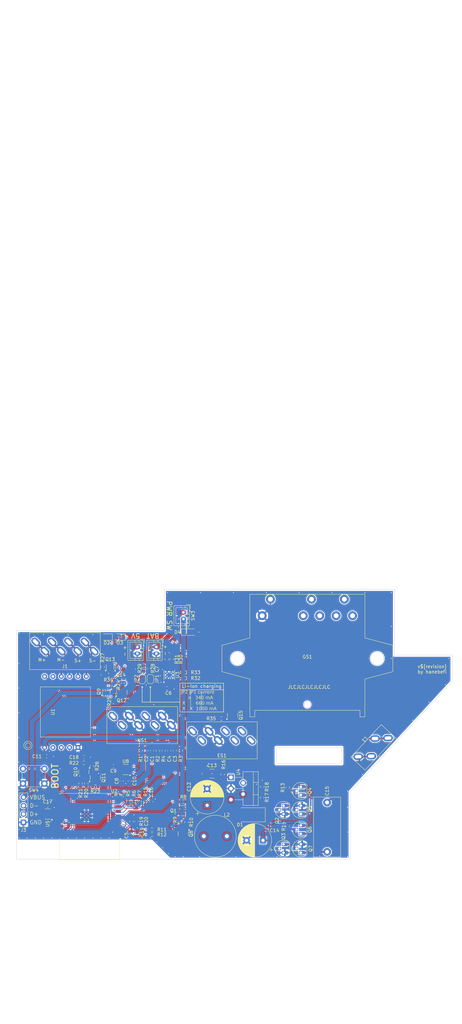
<source format=kicad_pcb>
(kicad_pcb (version 20240108) (generator "pcbnew") (generator_version "8.0")
  (title_block (title "${title}") (date "2024-11-01") (rev "${revision}") (company "author: ${author}") (comment 1 "${license}"))
  (layers (0 "F.Cu" signal) (1 "In1.Cu" signal) (2 "In2.Cu" signal) (31 "B.Cu" signal) (34 "B.Paste" user) (35 "F.Paste" user) (36 "B.SilkS" user "B.Silkscreen") (37 "F.SilkS" user "F.Silkscreen") (38 "B.Mask" user) (39 "F.Mask" user) (44 "Edge.Cuts" user))
  (property "author" "hanebefl")
  (property "license" "Copyright (c) 2025 hanebefl (https://github.com/hanebefl)")
  (property "revision" "0.1.0")
  (property "title" "Wandfernsprecher")
  (net 0 "")
  (net 1 "+BATT")
  (net 2 "GND")
  (net 3 "/S+")
  (net 4 "/M-")
  (net 5 "/M+")
  (net 6 "/S-")
  (net 7 "/NS-nsi")
  (net 8 "/NS-nsa")
  (net 9 "GS")
  (net 10 "RING")
  (net 11 "ES")
  (net 14 "SIM_RX")
  (net 15 "SIM_TX")
  (net 18 "/Bells/HV-IN")
  (net 19 "+48V")
  (net 20 "nsi")
  (net 21 "nsa")
  (net 22 "+3.3V")
  (net 23 "/Bells/HV_{C}'")
  (net 24 "+4V")
  (net 25 "VBUS")
  (net 26 "Net-(U8-NR)")
  (net 27 "/Bells/~{HV_EN}")
  (net 28 "Net-(Q1-G)")
  (net 29 "Net-(Q3-B)")
  (net 30 "HV_EN")
  (net 31 "Net-(Q2-B)")
  (net 32 "/Bells/HV-C")
  (net 33 "BELL_A")
  (net 34 "/Bells/HV-FB")
  (net 35 "Net-(Q8-G)")
  (net 36 "Net-(Q10-G)")
  (net 37 "Net-(Q10-D)")
  (net 38 "Net-(Q11-G)")
  (net 39 "Net-(Q11-D)")
  (net 40 "BELL_B")
  (net 41 "/~{RESET}")
  (net 42 "/ADC")
  (net 43 "/ADC_EN")
  (net 44 "USB_D-")
  (net 45 "USB_D+")
  (net 46 "/IO9")
  (net 47 "/Power Supply/BQ-~{PG}")
  (net 49 "/Power Supply/BQ-~{CHG}")
  (net 51 "/Power Supply/ISET'")
  (net 52 "/Power Supply/ISET''")
  (net 53 "/Power Supply/ISET")
  (net 54 "/Power Supply/ISET2")
  (net 55 "/Power Supply/TS")
  (net 56 "Net-(Q4-E)")
  (net 57 "Net-(C15-Pad2)")
  (net 58 "Net-(D1-A)")
  (net 59 "Net-(Q6-E)")
  (net 60 "Net-(Q2-C)")
  (net 61 "Net-(Q3-C)")
  (net 62 "/plug.D+")
  (net 63 "/plug.D-")
  (net 64 "Net-(D2-K)")
  (net 65 "Net-(D3-K)")
  (net 66 "/Power Supply/Vin'")
  (net 67 "Net-(J2-Pin_1)")
  (net 68 "Net-(Q12-G)")
  (net 69 "Net-(Q9A-B1)")
  (net 70 "Net-(Q13B-C2)")
  (net 71 "Net-(Q13A-B1)")
  (net 72 "Net-(ES1-A)")
  (net 74 "Net-(Q15-G)")
  (net 78 "Net-(GS1-S1c)")
  (net 83 "Net-(Q15-D)")
  (net 84 "Net-(U1-RING)")
  (footprint "Resistor_SMD:R_0603_1608Metric" (layer "F.Cu") (at 97.25 89.25 90)
    (property "Reference" "R30")
    (property "Value" "1k")
  )
  (footprint "Resistor_SMD:R_0603_1608Metric" (layer "F.Cu") (at 93 117 90)
    (property "Reference" "R2")
    (property "Value" "100")
  )
  (footprint "Resistor_SMD:R_0603_1608Metric" (layer "F.Cu") (at 70.5 120.6875 180)
    (property "Reference" "R22")
    (property "Value" "10k")
  )
  (footprint "Capacitor_SMD:C_1210_3225Metric_Pad1.33x2.70mm_HandSolder" (layer "F.Cu") (at 109.5 124 180)
    (property "Reference" "C13")
    (property "Value" "1µF")
  )
  (footprint "Resistor_SMD:R_0603_1608Metric" (layer "F.Cu") (at 79.58125 97.325 90)
    (property "Reference" "R24")
    (property "Value" "10k")
  )
  (footprint "Capacitor_SMD:C_0603_1608Metric" (layer "F.Cu") (at 82 126.25 -90)
    (property "Reference" "C8")
    (property "Value" "10µF")
  )
  (footprint "Resistor_SMD:R_0603_1608Metric" (layer "F.Cu") (at 85 138.5 -90)
    (property "Reference" "R19")
    (property "Value" "10k")
  )
  (footprint "Connector_JST:JST_PH_B2B-PH-K_1x02_P2.00mm_Vertical" (layer "F.Cu") (at 92.55 85.5 -90)
    (property "Reference" "BT1" (hide yes))
    (property "Value" "Battery_Cell")
  )
  (footprint "Jumper:SolderJumper-2_P1.3mm_Open_RoundedPad1.0x1.5mm" (layer "F.Cu") (at 88.25 95.25 90)
    (property "Reference" "JP2")
    (property "Value" "SolderJumper_2_Open")
  )
  (footprint "Resistor_SMD:R_0603_1608Metric" (layer "F.Cu") (at 84 132.5 -90)
    (property "Reference" "R5")
    (property "Value" "10k")
  )
  (footprint "Resistor_SMD:R_0603_1608Metric" (layer "F.Cu") (at 74 127.9375 180)
    (property "Reference" "R23")
    (property "Value" "1k")
  )
  (footprint "Package_SO:HVSSOP-10-1EP_3x3mm_P0.5mm_EP1.57x1.88mm_ThermalVias" (layer "F.Cu") (at 96.5 94 90)
    (property "Reference" "U3")
    (property "Value" "BQ24090DGQ")
  )
  (footprint "Package_TO_SOT_THT:TO-92_HandSolder" (layer "F.Cu") (at 136.5 136.25 90)
    (property "Reference" "Q5")
    (property "Value" "2N5401")
  )
  (footprint "RF_Module:ESP32-C3-WROOM-02" (layer "F.Cu") (at 72.25 137 180)
    (property "Reference" "U2")
    (property "Value" "ESP32-C3-WROOM-02")
  )
  (footprint "Package_TO_SOT_SMD:SOT-23" (layer "F.Cu") (at 115.75 106.25 90)
    (property "Reference" "Q15")
    (property "Value" "AO3400A")
  )
  (footprint "Package_TO_SOT_SMD:SOT-363_SC-70-6" (layer "F.Cu") (at 77.33125 99.075 90)
    (property "Reference" "Q9")
    (property "Value" "BC857BS")
  )
  (footprint "Resistor_SMD:R_0603_1608Metric" (layer "F.Cu") (at 101.75 138.75 -90)
    (property "Reference" "R10")
    (property "Value" "1k")
  )
  (footprint "Capacitor_SMD:C_0603_1608Metric" (layer "F.Cu") (at 79.5 121.75 180)
    (property "Reference" "C9")
    (property "Value" "10nF")
  )
  (footprint "Resistor_SMD:R_0603_1608Metric" (layer "F.Cu") (at 76.25 91.55 -90)
    (property "Reference" "R27")
    (property "Value" "10k")
  )
  (footprint "Capacitor_THT:CP_Radial_D10.0mm_P5.00mm" (layer "F.Cu") (at 125 144.25 180)
    (property "Reference" "C14")
    (property "Value" "220µF")
  )
  (footprint "Diode_SMD:D_SOD-123" (layer "F.Cu") (at 102.5 81)
    (property "Reference" "D4")
    (property "Value" "5.1V")
  )
  (footprint "Package_TO_SOT_SMD:SOT-23-5" (layer "F.Cu") (at 83.25 122.75 180)
    (property "Reference" "U8")
    (property "Value" "TPS73633DBV")
  )
  (footprint "Resistor_SMD:R_0603_1608Metric" (layer "F.Cu") (at 124.75 128 -90)
    (property "Reference" "R18")
    (property "Value" "1k8")
  )
  (footprint "Capacitor_SMD:C_0603_1608Metric" (layer "F.Cu") (at 98.25 117 90)
    (property "Reference" "C3")
    (property "Value" "100nF")
  )
  (footprint "Capacitor_SMD:C_0603_1608Metric" (layer "F.Cu") (at 96.5 117 90)
    (property "Reference" "C4")
    (property "Value" "100nF")
  )
  (footprint "Resistor_SMD:R_0603_1608Metric" (layer "F.Cu") (at 85.75 132.5 -90)
    (property "Reference" "R6")
    (property "Value" "10k")
  )
  (footprint "Capacitor_SMD:C_0603_1608Metric" (layer "F.Cu") (at 85 142.25 -90)
    (property "Reference" "C5")
    (property "Value" "100nF")
  )
  (footprint "Resistor_SMD:R_0603_1608Metric" (layer "F.Cu") (at 79.58125 100.825 -90)
    (property "Reference" "R25")
    (property "Value" "10k")
  )
  (footprint "Package_TO_SOT_SMD:SOT-23" (layer "F.Cu") (at 74 125.1875 90)
    (property "Reference" "Q11")
    (property "Value" "AO3400A")
  )
  (footprint "Resistor_SMD:R_0603_1608Metric" (layer "F.Cu") (at 99.75 138.75 -90)
    (property "Reference" "R9")
    (property "Value" "10k")
  )
  (footprint "Resistor_SMD:R_0603_1608Metric" (layer "F.Cu") (at 101.5 95)
    (property "Reference" "R32")
    (property "Value" "1k6")
  )
  (footprint "Button_Switch_THT:SW_PUSH_6mm" (layer "F.Cu") (at 58.5 127 180)
    (property "Reference" "SW4")
    (property "Value" "BOOT")
  )
  (footprint "FeWAp:SIM800L-module" (layer "F.Cu") (at 61.095 105.25 90)
    (property "Reference" "U1")
    (property "Value" "SIM800L")
  )
  (footprint "LED_SMD:LED_0805_2012Metric" (layer "F.Cu") (at 77.5 82.5 180)
    (property "Reference" "D2")
    (property "Value" "GRN")
  )
  (footprint "Resistor_SMD:R_0603_1608Metric" (layer "F.Cu") (at 94.75 117 90)
    (property "Reference" "R4")
    (property "Value" "100")
  )
  (footprint "Resistor_SMD:R_0603_1608Metric" (layer "F.Cu") (at 124.75 131.25 -90)
    (property "Reference" "R17")
    (property "Value" "68k")
  )
  (footprint "Resistor_SMD:R_0603_1608Metric" (layer "F.Cu") (at 87.5 132.5 -90)
    (property "Reference" "R7")
    (property "Value" "10k")
  )
  (footprint "Capacitor_SMD:C_0603_1608Metric" (layer "F.Cu") (at 89.5 117 90)
    (property "Reference" "C2")
    (property "Value" "100nF")
  )
  (footprint "Resistor_SMD:R_0603_1608Metric" (layer "F.Cu") (at 132.5 128.25 -90)
    (property "Reference" "R13")
    (property "Value" "47k")
  )
  (footprint "Resistor_SMD:R_0603_1608Metric" (layer "F.Cu") (at 112.75 124.25 -90)
    (property "Reference" "R16")
    (property "Value" "1k")
  )
  (footprint "Resistor_SMD:R_0603_1608Metric" (layer "F.Cu") (at 100.75 132.5)
    (property "Reference" "R8")
    (property "Value" "1k")
  )
  (footprint "Resistor_SMD:R_0603_1608Metric" (layer "F.Cu") (at 91.25 141 180)
    (property "Reference" "R11")
    (property "Value" "2k2")
  )
  (footprint "Capacitor_SMD:C_0603_1608Metric" (layer "F.Cu") (at 93.84 92.325 -90)
    (property "Reference" "C7")
    (property "Value" "1µF")
  )
  (footprint "Package_TO_SOT_SMD:SOT-23" (layer "F.Cu") (at 82.08125 99.275 90)
    (property "Reference" "Q12")
    (property "Value" "AO3401A")
  )
  (footprint "Capacitor_SMD:C_0603_1608Metric" (layer "F.Cu") (at 59.5 133.75)
    (property "Reference" "C17")
    (property "Value" "100n")
  )
  (footprint "FeWAp:CONN_01x04_vertical_mod" (layer "F.Cu") (at 112.5 112.5)
    (property "Reference" "ES1")
    (property "Value" "Erdschalter")
  )
  (footprint "Resistor_SMD:R_0603_1608Metric" (layer "F.Cu") (at 112.325 107.25)
    (property "Reference" "R35")
    (property "Value" "1k")
  )
  (footprint "Package_TO_SOT_THT:TO-92_HandSolder" (layer "F.Cu") (at 136.5 142.25 90)
    (property "Reference" "Q6")
    (property "Value" "2N5551")
  )
  (footprint "Resistor_SMD:R_0603_1608Metric" (layer "F.Cu") (at 78 94.05 180)
    (property "Reference" "R34")
    (property "Value" "10k")
  )
  (footprint "Package_TO_SOT_SMD:SOT-23" (layer "F.Cu") (at 81.75 91.55 90)
    (property "Reference" "Q14")
    (property "Value" "AO3401A")
  )
  (footprint "Resistor_SMD:R_0603_1608Metric" (layer "F.Cu") (at 91.25 142.5 180)
    (property "Reference" "R12")
    (property "Value" "2k2")
  )
  (footprint "Jumper:SolderJumper-2_P1.3mm_Open_RoundedPad1.0x1.5mm" (layer "F.Cu") (at 90.75 95.25 90)
    (property "Reference" "JP1")
    (property "Value" "SolderJumper_2_Open")
  )
  (footprint "Package_TO_SOT_SMD:SOT-23" (layer "F.Cu") (at 100.75 142.25 -90)
    (property "Reference" "Q8")
    (property "Value" "AO3401A")
  )
  (footprint "Connector_JST:JST_PH_B2B-PH-K_1x02_P2.00mm_Vertical" (layer "F.Cu") (at 100.799999 75 -90)
    (property "Reference" "SW3")
    (property "Value" "SW_SPST")
  )
  (footprint "FeWAp:CONN_01x04_vertical_mod" (layer "F.Cu") (at 64.75 85.375)
    (property "Reference" "J1")
    (property "Value" "Hörer")
  )
  (footprint "Package_TO_SOT_THT:TO-92_HandSolder" (layer "F.Cu") (at 136.5 148 90)
    (property "Reference" "Q7")
    (property "Value" "2N5401")
  )
  (footprint "Capacitor_THT:C_Rect_L18.0mm_W8.0mm_P15.00mm_FKS3_FKP3" (layer "F.Cu") (at 144.5 147.75 90)
    (property "Reference" "C15")
    (property "Value" "1µF")
  )
  (footprint "Capacitor_SMD:C_0603_1608Metric" (layer "F.Cu") (at 84.5 126.25 -90)
    (property "Reference" "C10")
    (property "Value" "100nF")
  )
  (footprint "Capacitor_SMD:C_0603_1608Metric" (layer "F.Cu") (at 59.25 118.75)
    (property "Reference" "C11")
    (property "Value" "100nF")
  )
  (footprint "Package_TO_SOT_SMD:SOT-23-6" (layer "F.Cu") (at 59.5 136.25 180)
    (property "Reference" "U5")
    (property "Value" "USBLC6-2SC6")
  )
  (footprint "FeWAp:CONN_01x04_vertical_mod" (layer "F.Cu") (at 88.25 107.875)
    (property "Reference" "NS1")
    (property "Value" "~")
  )
  (footprint "Capacitor_SMD:C_0603_1608Metric" (layer "F.Cu") (at 86.5 138.5 90)
    (property "Reference" "C20")
    (property "Value" "1µF")
  )
  (footprint "Resistor_SMD:R_0603_1608Metric" (layer "F.Cu") (at 69.5 126.9375 -90)
    (property "Reference" "R21")
    (property "Value" "10k" (hide yes))
  )
  (footprint "Package_TO_SOT_THT:TO-220-5_P3.4x3.7mm_StaggerOdd_Lead3.8mm_Vertical" (layer "F.Cu") (at 115.25 125.117677 -90)
    (property "Reference" "U4")
    (property "Value" "LT1170CT")
  )
  (footprint "Capacitor_SMD:C_0603_1608Metric" (layer "F.Cu") (at 86.75 142.25 -90)
    (property "Reference" "C19")
    (property "Value" "10µF")
  )
  (footprint "Capacitor_SMD:C_0603_1608Metric" (layer "F.Cu") (at 95.75 98.075)
    (property "Reference" "C6")
    (property "Value" "1µF")
  )
  (footprint "Capacitor_SMD:C_0603_1608Metric" (layer "F.Cu") (at 91 132.5 90)
    (property "Reference" "C16")
    (property "Value" "100nF")
  )
  (footprint "Resistor_SMD:R_0603_1608Metric" (layer "F.Cu") (at 95.75 89.25 90)
    (property "Reference" "R31")
    (property "Value" "10k")
  )
  (footprint "Package_TO_SOT_SMD:SOT-23" (layer "F.Cu") (at 100.75 135.25)
    (property "Reference" "Q1")
    (property "Value" "AO3400A")
  )
  (footprint "Resistor_SMD:R_0603_1608Metric" (layer "F.Cu") (at 71.25 126.9375 90)
    (property "Reference" "R20")
    (property "Value" "12k")
  )
  (footprint "Resistor_SMD:R_0603_1608Metric" (layer "F.Cu") (at 100 117 90)
    (property "Reference" "R3")
    (property "Value" "100")
  )
  (footprint "Resistor_SMD:R_0603_1608Metric" (layer "F.Cu") (at 87.75 117 90)
    (property "Reference" "R1")
    (property "Value" "100")
  )
  (footprint "Resistor_SMD:R_0603_1608Metric" (layer "F.Cu") (at 73 121.6875 90)
    (property "Reference" "R26")
    (property "Value" "1k")
  )
  (footprint "Resistor_SMD:R_0603_1608Metric" (layer "F.Cu") (at 132.5 140 -90)
    (property "Reference" "R14")
    (property "Value" "47k")
  )
  (footprint "LED_SMD:LED_0805_2012Metric" (layer "F.Cu") (at 81.5 82.5 180)
    (property "Reference" "D3")
    (property "Value" "YEL")
  )
  (footprint "Package_TO_SOT_THT:TO-92_HandSolder" (layer "F.Cu") (at 136.5 130.5 90)
    (property "Reference" "Q4")
    (property "Value" "2N5551")
  )
  (footprint "Package_TO_SOT_SMD:SOT-23" (layer "F.Cu") (at 70.5 123.4375 -90)
    (property "Reference" "Q10")
    (property "Value" "AO3401A")
  )
  (footprint "Package_TO_SOT_THT:TO-92_HandSolder" (layer "F.Cu") (at 131.25 136.25 90)
    (property "Reference" "Q2")
    (property "Value" "2N5551")
  )
  (footprint "Package_TO_SOT_THT:TO-92_HandSolder" (layer "F.Cu") (at 131.25 148 90)
    (property "Reference" "Q3")
    (property "Value" "2N5551")
  )
  (footprint "Diode_SMD:D_SMB_Handsoldering" (layer "F.Cu") (at 121 136.5 180)
    (property "Reference" "D1")
    (property "Value" "MBRS1100T3")
  )
  (footprint "Resistor_SMD:R_0603_1608Metric" (layer "F.Cu") (at 101.5 93.25)
    (property "Reference" "R33")
    (property "Value" "1k6")
  )
  (footprint "Resistor_SMD:R_0603_1608Metric" (layer "F.Cu") (at 89.25 132.5 90)
    (property "Reference" "R15")
    (property "Value" "100")
  )
  (footprint "Capacitor_THT:CP_Radial_D10.0mm_P5.00mm" (layer "F.Cu") (at 108 133.617677 90)
    (property "Reference" "C12")
    (property "Value" "100µF")
  )
  (footprint "Package_TO_SOT_SMD:SOT-363_SC-70-6" (layer "F.Cu") (at 78.5 91.55 90)
    (property "Reference" "Q13")
    (property "Value" "BC857BS")
  )
  (footprint "Capacitor_SMD:C_0603_1608Metric" (layer "F.Cu") (at 70.5 119 180)
    (property "Reference" "C18")
    (property "Value" "1µF")
  )
  (footprint "FeWAp:Gabelschalter" (layer "F.Cu") (at 138.5 89)
    (property "Reference" "GS1")
    (property "Value" "Gabelschalter")
  )
  (footprint "Resistor_SMD:R_0603_1608Metric" (layer "F.Cu") (at 90.25 92 -90)
    (property "Reference" "R28")
    (property "Value" "1k6")
  )
  (footprint "Resistor_SMD:R_0603_1608Metric" (layer "F.Cu") (at 88.75 92 -90)
    (property "Reference" "R29")
    (property "Value" "820")
  )
  (footprint "Inductor_THT:L_Radial_D12.5mm_P7.00mm_Fastron_09HCP" (layer "F.Cu") (at 107 143)
    (property "Reference" "L2")
    (property "Value" "L")
  )
  (footprint "Capacitor_SMD:C_0603_1608Metric" (layer "F.Cu") (at 91.25 117 90)
    (property "Reference" "C1")
    (property "Value" "100nF")
  )
  (footprint "Connector_PinHeader_2.54mm:PinHeader_1x04_P2.54mm_Vertical" (layer "F.Cu") (at 52.1375 138.8 180)
    (property "Reference" "J3")
    (property "Value" "Conn_01x04")
  )
  (footprint "Connector_JST:JST_PH_B2B-PH-K_1x02_P2.00mm_Vertical" (layer "F.Cu") (at 86.8 85.5 -90)
    (property "Reference" "J2" (hide yes))
    (property "Value" "Vin")
  )
  (footprint "FeWAp:CONN_01x02_vertical_mod" (layer "F.Cu") (at 158.5 116 -132.8)
    (property "Reference" "L1")
    (property "Value" "~")
  )
  (gr_line (start 103 98.875) (end 103 104.625) (stroke (width 0.1)) (layer "F.SilkS"))
  (gr_line (start 113 98.5) (end 99.75 98.5) (stroke (width 0.15)) (layer "F.SilkS"))
  (gr_line (start 90.75 97.5) (end 91 97.75) (stroke (width 0.15)) (layer "F.SilkS"))
  (gr_line (start 90.75 97.5) (end 90.5 97.75) (stroke (width 0.15)) (layer "F.SilkS"))
  (gr_rect (start 99.75 96.5) (end 113 105.25) (stroke (width 0.15)) (fill none) (layer "F.SilkS"))
  (gr_line (start 90.75 102.25) (end 90.75 97.5) (stroke (width 0.15)) (layer "F.SilkS"))
  (gr_line (start 88.25 97.5) (end 88 97.75) (stroke (width 0.15)) (layer "F.SilkS"))
  (gr_line (start 88.25 102.25) (end 88.25 97.5) (stroke (width 0.15)) (layer "F.SilkS"))
  (gr_line (start 106.25 98.875) (end 106.25 104.625) (stroke (width 0.1)) (layer "F.SilkS"))
  (gr_line (start 88.25 102.25) (end 99.75 102.25) (stroke (width 0.15)) (layer "F.SilkS"))
  (gr_line (start 88.25 97.5) (end 88.5 97.75) (stroke (width 0.15)) (layer "F.SilkS"))
  (gr_poly (pts (xy 50 150) (xy 50 80.5) (xy 95 80.5) (xy 95 68) (xy 165 68) (xy 165 88) (xy 182.5 88) (xy 182.5 96) (xy 151.5 129.5) (xy 151.5 150)) (stroke (width 0.1)) (fill none) (layer "Edge.Cuts"))
  (gr_rect (start 129 116) (end 149 121) (stroke (width 0.1)) (fill none) (layer "Edge.Cuts"))
  (gr_text "JP2 JP1 current\n     x   340 mA\n X       660 mA\n X   X  1000 mA" (at 100 104.875 0) (layer "F.SilkS") (effects (font (size 1 1)) (justify left bottom)))
  (gr_text "S-" (at 72 90.25 0) (layer "F.SilkS") (effects (font (size 1 1)) (justify left bottom)))
  (gr_text "Li-Ion charging" (at 100.25 98 0) (layer "F.SilkS") (effects (font (size 1 1)) (justify left bottom)))
  (gr_text "${PROJECTNAME}\nv${REVISION}\nby hanebefl" (at 181 89.25 0) (layer "F.SilkS") (effects (font (size 1 1)) (justify right top)))
  (gr_text "S+" (at 67.5 90.25 0) (layer "F.SilkS") (effects (font (size 1 1)) (justify left bottom)))
  (gr_text "  VBUS" (at 52.1375 131.18 0) (layer "F.SilkS") (effects (font (size 1.2 1.2)) (justify left)))
  (gr_text "5V" (at 86.25 81.25 180) (layer "F.SilkS") (effects (font (size 1.5 1.5) (thickness 0.2)) (justify bottom)))
  (gr_text "  GND" (at 52.1375 138.8 0) (layer "F.SilkS") (effects (font (size 1.2 1.2)) (justify left)))
  (gr_text "JLCJLCJLCJLCJLC" (at 132.5 98.25 0) (layer "F.SilkS") (effects (font (size 1 1)) (justify left bottom)))
  (gr_text "+ -" (at 94.75 84.75 -90) (layer "F.SilkS") (effects (font (size 1 1)) (justify left bottom)))
  (gr_text "+ -" (at 82.5 85 -90) (layer "F.SilkS") (effects (font (size 1 1)) (justify left bottom)))
  (gr_text "  D-" (at 52.1375 133.72 0) (layer "F.SilkS") (effects (font (size 1.2 1.2)) (justify left)))
  (gr_text "M+" (at 56.5 90 0) (layer "F.SilkS") (effects (font (size 1 1)) (justify left bottom)))
  (gr_text "BAT" (at 91.5 81.25 180) (layer "F.SilkS") (effects (font (size 1.5 1.5) (thickness 0.2)) (justify bottom)))
  (gr_text "M-\n" (at 62.25 90 0) (layer "F.SilkS") (effects (font (size 1 1)) (justify left bottom)))
  (gr_text "  D+" (at 52.1375 136.26 0) (layer "F.SilkS") (effects (font (size 1.2 1.2)) (justify left)))
  (segment (start 69.675 119.05) (end 69.725 119) (width 0.2) (layer "F.Cu") (net 1))
  (segment (start 93.84 91.55) (end 95.2 91.55) (width 0.2) (layer "F.Cu") (net 1))
  (segment (start 97.75 80.75) (end 97.75 76) (width 1.5) (layer "F.Cu") (net 1))
  (segment (start 92.55 85.5) (end 90.75 85.5) (width 0.5) (layer "F.Cu") (net 1))
  (segment (start 69.55 122.5) (end 69.55 120.8125) (width 0.2) (layer "F.Cu") (net 1))
  (segment (start 92.55 85.5) (end 93 85.5) (width 1.5) (layer "F.Cu") (net 1))
  (segment (start 69.55 120.8125) (end 69.675 120.6875) (width 0.2) (layer "F.Cu") (net 1))
  (segment (start 90.75 85.5) (end 90.5 85.75) (width 0.5) (layer "F.Cu") (net 1))
  (segment (start 93 85.5) (end 97.75 80.75) (width 1.5) (layer "F.Cu") (net 1))
  (segment (start 97.75 76) (end 98.75 75) (width 1.5) (layer "F.Cu") (net 1))
  (segment (start 73.75 114.25) (end 69.725 118.275) (width 0.2) (layer "F.Cu") (net 1))
  (segment (start 73.75 110) (end 73.75 114.25) (width 0.2) (layer "F.Cu") (net 1))
  (segment (start 69.675 120.6875) (end 69.675 119.05) (width 0.2) (layer "F.Cu") (net 1))
  (segment (start 93.8 91.55) (end 93.84 91.55) (width 0.5) (layer "F.Cu") (net 1))
  (segment (start 98.75 75) (end 100.799999 75) (width 1.5) (layer "F.Cu") (net 1))
  (segment (start 95.2 91.55) (end 95.5 91.85) (width 0.2) (layer "F.Cu") (net 1))
  (segment (start 90.5 88.25) (end 93.8 91.55) (width 0.5) (layer "F.Cu") (net 1))
  (segment (start 90.5 85.75) (end 90.5 88.25) (width 0.5) (layer "F.Cu") (net 1))
  (segment (start 69.725 118.275) (end 69.725 119) (width 0.2) (layer "F.Cu") (net 1))
  (via (at 73.75 110) (size 0.508) (drill 0.254) (layers "F.Cu" "B.Cu") (net 1))
  (segment (start 88.9936 93.2436) (end 89 93.25) (width 0.2) (layer "B.Cu") (net 1))
  (segment (start 81.25 103.5) (end 78.75 103.5) (width 0.2) (layer "B.Cu") (net 1))
  (segment (start 89 93.25) (end 86.75 95.5) (width 0.2) (layer "B.Cu") (net 1))
  (segment (start 73.75 108.5) (end 73.75 110) (width 0.2) (layer "B.Cu") (net 1))
  (segment (start 86.75 98) (end 81.25 103.5) (width 0.2) (layer "B.Cu") (net 1))
  (segment (start 90.75 85.5) (end 88.9936 87.2564) (width 0.2) (layer "B.Cu") (net 1))
  (segment (start 88.9936 87.2564) (end 88.9936 93.2436) (width 0.2) (layer "B.Cu") (net 1))
  (segment (start 86.75 95.5) (end 86.75 98) (width 0.2) (layer "B.Cu") (net 1))
  (segment (start 78.75 103.5) (end 73.75 108.5) (width 0.2) (layer "B.Cu") (net 1))
  (segment (start 92.55 85.5) (end 90.75 85.5) (width 0.2) (layer "B.Cu") (net 1))
  (segment (start 81 130.9) (end 81 129.5) (width 0.2) (layer "F.Cu") (net 2))
  (segment (start 96.5 116.225) (end 98.25 116.225) (width 0.2) (layer "F.Cu") (net 2))
  (segment (start 96.5 96.15) (end 96.5 98.05) (width 0.2) (layer "F.Cu") (net 2))
  (segment (start 83.5 127.025) (end 82.25 127.025) (width 0.2) (layer "F.Cu") (net 2))
  (segment (start 60.5 138.5) (end 59.75 138.5) (width 0.2) (layer "F.Cu") (net 2))
  (segment (start 60.6375 136.25) (end 59.975001 136.25) (width 0.2) (layer "F.Cu") (net 2))
  (segment (start 59.7226 135.997599) (end 59.7226 134.3024) (width 0.2) (layer "F.Cu") (net 2))
  (segment (start 83.25 127) (end 83.25 122.75) (width 0.2) (layer "F.Cu") (net 2))
  (segment (start 86.75 140.5) (end 86.75 141.475) (width 0.2) (layer "F.Cu") (net 2))
  (segment (start 85 141.475) (end 83.775 141.475) (width 0.2) (layer "F.Cu") (net 2))
  (segment (start 59.7226 134.3024) (end 60.275 133.75) (width 0.2) (layer "F.Cu") (net 2))
  (segment (start 59.975001 136.25) (end 59.5 136.725001) (width 0.2) (layer "F.Cu") (net 2))
  (segment (start 59.75 138.5) (end 59.5 138.25) (width 0.2) (layer "F.Cu") (net 2))
  (segment (start 97.825 98.075) (end 98 98.25) (width 0.2) (layer "F.Cu") (net 2))
  (segment (start 83.25 122.75) (end 84.3875 122.75) (width 0.2) (layer "F.Cu") (net 2))
  (segment (start 59.5 136.725001) (end 59.5 138.25) (width 0.2) (layer "F.Cu") (net 2))
  (segment (start 83.775 141.475) (end 83.75 141.5) (width 0.2) (layer "F.Cu") (net 2))
  (segment (start 96.5 96.15) (end 96.5 94) (width 0.2) (layer "F.Cu") (net 2))
  (segment (start 96.525 98.075) (end 97.825 98.075) (width 0.2) (layer "F.Cu") (net 2))
  (segment (start 96.5 98.05) (end 96.525 98.075) (width 0.2) (layer "F.Cu") (net 2))
  (segment (start 59.975001 136.25) (end 59.7226 135.997599) (width 0.2) (layer "F.Cu") (net 2))
  (segment (start 84.3875 122.75) (end 86 122.75) (width 0.2) (layer "F.Cu") (net 2))
  (segment (start 84.5 127.025) (end 83.5 127.025) (width 0.2) (layer "F.Cu") (net 2))
  (via (at 61.25 118.75) (size 0.508) (drill 0.254) (layers "F.Cu" "B.Cu") (net 2))
  (via (at 83.75 141.5) (size 0.508) (drill 0.254) (layers "F.Cu" "B.Cu") (net 2))
  (via (at 73.25 143.5) (size 0.508) (drill 0.254) (layers "F.Cu" "B.Cu") (net 2))
  (via (at 146 69) (size 0.508) (drill 0.254) (layers "F.Cu" "B.Cu") (net 2))
  (via (at 82.5 131) (size 0.508) (drill 0.254) (layers "F.Cu" "B.Cu") (net 2))
  (via (at 92.25 131.75) (size 0.508) (drill 0.254) (layers "F.Cu" "B.Cu") (net 2))
  (via (at 142.25 149) (size 0.508) (drill 0.254) (layers "F.Cu" "B.Cu") (net 2))
  (via (at 90.75 143.5) (size 0.508) (drill 0.254) (layers "F.Cu" "B.Cu") (net 2))
  (via (at 150.75 141.75) (size 0.508) (drill 0.254) (layers "F.Cu" "B.Cu") (net 2))
  (via (at 60 117.25) (size 0.508) (drill 0.254) (layers "F.Cu" "B.Cu") (net 2))
  (via (at 102.25 79.5) (size 0.508) (drill 0.254) (layers "F.Cu" "B.Cu") (net 2))
  (via (at 96 69) (size 0.508) (drill 0.254) (layers "F.Cu" "B.Cu") (net 2))
  (via (at 65.75 81.75) (size 0.508) (drill 0.254) (layers "F.Cu" "B.Cu") (net 2))
  (via (at 73 110) (size 0.508) (drill 0.254) (layers "F.Cu" "B.Cu") (net 2))
  (via (at 98.25 149.25) (size 0.508) (drill 0.254) (layers "F.Cu" "B.Cu") (net 2))
  (via (at 50.75 143.5) (size 0.508) (drill 0.254) (layers "F.Cu" "B.Cu") (net 2))
  (via (at 106.5 124) (size 0.508) (drill 0.254) (layers "F.Cu" "B.Cu") (net 2))
  (via (at 50.75 129) (size 0.508) (drill 0.254) (layers "F.Cu" "B.Cu") (net 2))
  (via (at 60.5 138.5) (size 0.508) (drill 0.254) (layers "F.Cu" "B.Cu") (net 2))
  (via (at 116.75 149.25) (size 0.508) (drill 0.254) (layers "F.Cu" "B.Cu") (net 2))
  (via (at 105.5 81) (size 0.508) (drill 0.254) (layers "F.Cu" "B.Cu") (net 2))
  (via (at 91.25 114.5) (size 0.508) (drill 0.254) (layers "F.Cu" "B.Cu") (net 2))
  (via (at 86.25 92.25) (size 0.508) (drill 0.254) (layers "F.Cu" "B.Cu") (net 2))
  (via (at 75.75 94) (size 0.508) (drill 0.254) (layers "F.Cu" "B.Cu") (net 2))
  (via (at 50.75 81.25) (size 0.508) (drill 0.254) (layers "F.Cu" "B.Cu") (net 2))
  (via (at 99.25 77) (size 0.508) (drill 0.254) (layers "F.Cu" "B.Cu") (net 2))
  (via (at 58.25 81.75) (size 0.508) (drill 0.254) (layers "F.Cu" "B.Cu") (net 2))
  (via (at 160.5 118.75) (size 0.508) (drill 0.254) (layers "F.Cu" "B.Cu") (net 2))
  (via (at 70.75 143.5) (size 0.508) (drill 0.254) (layers "F.Cu" "B.Cu") (net 2))
  (via (at 100.75 149.25) (size 0.508) (drill 0.254) (layers "F.Cu" "B.Cu") (net 2))
  (via (at 58.25 143.5) (size 0.508) (drill 0.254) (layers "F.Cu" "B.Cu") (net 2))
  (via (at 83.25 95.25) (size 0.508) (drill 0.254) (layers "F.Cu" "B.Cu") (net 2))
  (via (at 57.25 116) (size 0.508) (drill 0.254) (layers "F.Cu" "B.Cu") (net 2))
  (via (at 68.25 143.5) (size 0.508) (drill 0.254) (layers "F.Cu" "B.Cu") (net 2))
  (via (at 164 79.25) (size 0.508) (drill 0.254) (layers "F.Cu" "B.Cu") (net 2))
  (via (at 50.75 141) (size 0.508) (drill 0.254) (layers "F.Cu" "B.Cu") (net 2))
  (via (at 60.75 143.5) (size 0.508) (drill 0.254) (layers "F.Cu" "B.Cu") (net 2))
  (via (at 91.75 103) (size 0.508) (drill 0.254) (layers "F.Cu" "B.Cu") (net 2))
  (via (at 180.5 97) (size 0.508) (drill 0.254) (layers "F.Cu" "B.Cu") (net 2))
  (via (at 150.75 149.25) (size 0.508) (drill 0.254) (layers "F.Cu" "B.Cu") (net 2))
  (via (at 50.75 105.5) (size 0.508) (drill 0.254) (layers "F.Cu" "B.Cu") (net 2))
  (via (at 88.25 143.5) (size 0.508) (drill 0.254) (layers "F.Cu" "B.Cu") (net 2))
  (via (at 85.75 136.5) (size 0.508) (drill 0.254) (layers "F.Cu" "B.Cu") (net 2))
  (via (at 61.5 134.25) (size 0.508) (drill 0.254) (layers "F.Cu" "B.Cu") (net 2))
  (via (at 75 123.9375) (size 0.508) (drill 0.254) (layers "F.Cu" "B.Cu") (net 2))
  (via (at 98.25 136.25) (size 0.508) (drill 0.254) (layers "F.Cu" "B.Cu") (net 2))
  (via (at 79.5 102.75) (size 0.508) (drill 0.254) (layers "F.Cu" "B.Cu") (net 2))
  (via (at 53.25 143.5) (size 0.508) (drill 0.254) (layers "F.Cu" "B.Cu") (net 2))
  (via (at 73.25 81.75) (size 0.508) (drill 0.254) (layers "F.Cu" "B.Cu") (net 2))
  (via (at 86.75 140.5) (size 0.508) (drill 0.254) (layers "F.Cu" "B.Cu") (net 2))
  (via (at 156 69) (size 0.508) (drill 0.254) (layers "F.Cu" "B.Cu") (net 2))
  (via (at 55.75 143.5) (size 0.508) (drill 0.254) (layers "F.Cu" "B.Cu") (net 2))
  (via (at 124.75 126) (size 0.508) (drill 0.254) (layers "F.Cu" "B.Cu") (net 2))
  (via (at 92.75 144.75) (size 0.508) (drill 0.254) (layers "F.Cu" "B.Cu") (net 2))
  (via (at 66 138.75) (size 0.508) (drill 0.254) (layers "F.Cu" "B.Cu") (net 2))
  (via (at 60.25 132.5) (size 0.508) (drill 0.254) (layers "F.Cu" "B.Cu") (net 2))
  (via (at 102.25 78.25) (size 0.508) (drill 0.254) (layers "F.Cu" "B.Cu") (net 2))
  (via (at 79.25 131) (size 0.508) (drill 0.254) (layers "F.Cu" "B.Cu") (net 2))
  (via (at 164 89) (size 0.508) (drill 0.254) (layers "F.Cu" "B.Cu") (net 2))
  (via (at 65.75 143.5) (size 0.508) (drill 0.254) (layers "F.Cu" "B.Cu") (net 2))
  (via (at 102.25 77) (size 0.508) (drill 0.254) (layers "F.Cu" "B.Cu") (net 2))
  (via (at 83.25 143.5) (size 0.508) (drill 0.254) (layers "F.Cu" "B.Cu") (net 2))
  (via (at 123 127.25) (size 0.508) (drill 0.254) (layers "F.Cu" "B.Cu") (net 2))
  (via (at 50.75 90.5) (size 0.508) (drill 0.254) (layers "F.Cu" "B.Cu") (net 2))
  (via (at 96.25 148.25) (size 0.508) (drill 0.254) (layers "F.Cu" "B.Cu") (net 2))
  (via (at 106 69) (size 0.508) (drill 0.254) (layers "F.Cu" "B.Cu") (net 2))
  (via (at 50.75 113) (size 0.508) (drill 0.254) (layers "F.Cu" "B.Cu") (net 2))
  (via (at 83.25 127) (size 0.508) (drill 0.254) (layers "F.Cu" "B.Cu") (net 2))
  (via (at 78.25 143.5) (size 0.508) (drill 0.254) (layers "F.Cu" "B.Cu") (net 2))
  (via (at 129.25 149.25) (size 0.508) (drill 0.254) (layers "F.Cu" "B.Cu") (net 2))
  (via (at 68.5 131.5) (size 0.508) (drill 0.254) (layers "F.Cu" "B.Cu") (net 2))
  (via (at 50.75 98) (size 0.508) (drill 0.254) (layers "F.Cu" "B.Cu") (net 2))
  (via (at 94 96.25) (size 0.508) (drill 0.254) (layers "F.Cu" "B.Cu") (net 2))
  (via (at 150.75 129.25) (size 0.508) (drill 0.254) (layers "F.Cu" "B.Cu") (net 2))
  (via (at 136 69) (size 0.508) (drill 0.254) (layers "F.Cu" "B.Cu") (net 2))
  (via (at 170.5 107.75) (size 0.508) (drill 0.254) (layers "F.Cu" "B.Cu") (net 2))
  (via (at 80.75 95.5) (size 0.508) (drill 0.254) (layers "F.Cu" "B.Cu") (net 2))
  (via (at 99.25 78.25) (size 0.508) (drill 0.254) (layers "F.Cu" "B.Cu") (net 2))
  (via (at 50.75 120.5) (size 0.508) (drill 0.254) (layers "F.Cu" "B.Cu") (net 2))
  (via (at 79.25 141.75) (size 0.508) (drill 0.254) (layers "F.Cu" "B.Cu") (net 2))
  (via (at 72.5 119) (size 0.508) (drill 0.254) (layers "F.Cu" "B.Cu") (net 2))
  (via (at 150.75 134.25) (size 0.508) (drill 0.254) (layers "F.Cu" "B.Cu") (net 2))
  (via (at 60 115) (size 0.508) (drill 0.254) (layers "F.Cu" "B.Cu") (net 2))
  (via (at 94.5 146.5) (size 0.508) (drill 0.254) (layers "F.Cu" "B.Cu") (net 2))
  (via (at 86 122.75) (size 0.508) (drill 0.254) (layers "F.Cu" "B.Cu") (net 2))
  (via (at 69.25 124.6875) (size 0.508) (drill 0.254) (layers "F.Cu" "B.Cu") (net 2))
  (via (at 155.25 124.25) (size 0.508) (drill 0.254) (layers "F.Cu" "B.Cu") (net 2))
  (via (at 116 69) (size 0.508) (drill 0.254) (layers "F.Cu" "B.Cu") (net 2))
  (via (at 181.5 89) (size 0.508) (drill 0.254) (layers "F.Cu" "B.Cu") (net 2))
  (via (at 126 69) (size 0.508) (drill 0.254) (layers "F.Cu" "B.Cu") (net 2))
  (via (at 99.25 79.5) (size 0.508) (drill 0.254) (layers "F.Cu" "B.Cu") (net 2))
  (via (at 98 98.25) (size 0.508) (drill 0.254) (layers "F.Cu" "B.Cu") (net 2))
  (via (at 96.5 87.25) (size 0.508) (drill 0.254) (layers "F.Cu" "B.Cu") (net 2))
  (via (at 175.5 102.25) (size 0.508) (drill 0.254) (layers "F.Cu" "B.Cu") (net 2))
  (via (at 75.75 143.5) (size 0.508) (drill 0.254) (layers "F.Cu" "B.Cu") (net 2))
  (via (at 164 69) (size 0.508) (drill 0.254) (layers "F.Cu" "B.Cu") (net 2))
  (via (at 81 129.5) (size 0.508) (drill 0.254) (layers "F.Cu" "B.Cu") (net 2))
  (via (at 96.5 114.5) (size 0.508) (drill 0.254) (layers "F.Cu" "B.Cu") (net 2))
  (via (at 105.75 149.25) (size 0.508) (drill 0.254) (layers "F.Cu" "B.Cu") (net 2))
  (via (at 109.5 124) (size 0.508) (drill 0.254) (layers "F.Cu" "B.Cu") (net 2))
  (via (at 82 95.25) (size 0.508) (drill 0.254) (layers "F.Cu" "B.Cu") (net 2))
  (via (at 108 121.75) (size 0.508) (drill 0.254) (layers "F.Cu" "B.Cu") (net 2))
  (via (at 93.75 94.25) (size 0.508) (drill 0.254) (layers "F.Cu" "B.Cu") (net 2))
  (via (at 63.25 122.5) (size 0.508) (drill 0.254) (layers "F.Cu" "B.Cu") (net 2))
  (via (at 165.5 113.25) (size 0.508) (drill 0.254) (layers "F.Cu" "B.Cu") (net 2))
  (via (at 89.5 97) (size 0.508) (drill 0.254) (layers "F.Cu" "B.Cu") (net 2))
  (segment (start 68.399049 86.649049) (end 68.715 86.965) (width 0.5) (layer "F.Cu") (net 3))
  (segment (start 68.715 86.965) (end 68.715 94.455) (width 0.5) (layer "F.Cu") (net 3))
  (segment (start 66.100951 84.225951) (end 68.399049 86.524049) (width 0.5) (layer "F.Cu") (net 3))
  (segment (start 68.399049 86.524049) (end 68.399049 86.649049) (width 0.5) (layer "F.Cu") (net 3))
  (segment (start 63.399049 86.524049) (end 66.175 89.3) (width 0.5) (layer "F.Cu") (net 4))
  (segment (start 61.100951 84.225951) (end 63.399049 86.524049) (width 0.5) (layer "F.Cu") (net 4))
  (segment (start 66.175 89.3) (end 66.175 94.455) (width 0.5) (layer "F.Cu") (net 4))
  (segment (start 58.399049 86.524049) (end 63.635 91.76) (width 0.5) (layer "F.Cu") (net 5))
  (segment (start 56.100951 84.225951) (end 58.399049 86.524049) (width 0.5) (layer "F.Cu") (net 5))
  (segment (start 63.635 91.76) (end 63.635 94.455) (width 0.5) (layer "F.Cu") (net 5))
  (segment (start 71.100951 84.225951) (end 73.65 86.775) (width 0.5) (layer "F.Cu") (net 6))
  (segment (start 71.255 89.17) (end 71.255 94.455) (width 0.5) (layer "F.Cu") (net 6))
  (segment (start 73.65 86.775) (end 71.255 89.17) (width 0.5) (layer "F.Cu") (net 6))
  (segment (start 79.600951 106.725951) (end 81.899049 109.024049) (width 0.2) (layer "F.Cu") (net 7))
  (segment (start 87.75 114.875) (end 87.75 116.175) (width 0.2) (layer "F.Cu") (net 7))
  (segment (start 81.899049 109.024049) (end 87.75 114.875) (width 0.2) (layer "F.Cu") (net 7))
  (segment (start 93 110.125) (end 91.899049 109.024049) (width 0.2) (layer "F.Cu") (net 8))
  (segment (start 91.899049 109.024049) (end 89.600951 106.725951) (width 0.2) (layer "F.Cu") (net 8))
  (segment (start 93 116.175) (end 93 110.125) (width 0.2) (layer "F.Cu") (net 8))
  (segment (start 88.5 135.25) (end 89.25 134.5) (width 0.2) (layer "F.Cu") (net 9))
  (segment (start 89.25 133.325) (end 90.95 133.325) (width 0.2) (layer "F.Cu") (net 9))
  (segment (start 84.25 135.25) (end 88.5 135.25) (width 0.2) (layer "F.Cu") (net 9))
  (segment (start 89.25 134.5) (end 89.25 133.325) (width 0.2) (layer "F.Cu") (net 9))
  (segment (start 90.95 133.325) (end 91 133.275) (width 0.2) (layer "F.Cu") (net 9))
  (segment (start 82.6 136.9) (end 84.25 135.25) (width 0.2) (layer "F.Cu") (net 9))
  (segment (start 81 136.9) (end 82.6 136.9) (width 0.2) (layer "F.Cu") (net 9))
  (segment (start 63.5 139.9) (end 64.85 139.9) (width 0.2) (layer "F.Cu") (net 10))
  (segment (start 100 117.825) (end 98.3 117.825) (width 0.2) (layer "F.Cu") (net 10))
  (segment (start 98.25 123.75) (end 98.25 117.775) (width 0.2) (layer "F.Cu") (net 10))
  (segment (start 64.85 139.9) (end 65 139.75) (width 0.2) (layer "F.Cu") (net 10))
  (segment (start 87.5 134.5) (end 87.5 133.325) (width 0.2) (layer "F.Cu") (net 10))
  (segment (start 98.3 117.825) (end 98.25 117.775) (width 0.2) (layer "F.Cu") (net 10))
  (via (at 65 139.75) (size 0.508) (drill 0.254) (layers "F.Cu" "B.Cu") (net 10))
  (via (at 87.5 134.5) (size 0.508) (drill 0.254) (layers "F.Cu" "B.Cu") (net 10))
  (via (at 98.25 123.75) (size 0.508) (drill 0.254) (layers "F.Cu" "B.Cu") (net 10))
  (segment (start 74.75 139.75) (end 65 139.75) (width 0.2) (layer "B.Cu") (net 10))
  (segment (start 78.75 135.75) (end 74.75 139.75) (width 0.2) (layer "B.Cu") (net 10))
  (segment (start 83.75 134.5) (end 82.5 135.75) (width 0.2) (layer "B.Cu") (net 10))
  (segment (start 98.25 123.75) (end 87.5 134.5) (width 0.2) (layer "B.Cu") (net 10))
  (segment (start 87.5 134.5) (end 83.75 134.5) (width 0.2) (layer "B.Cu") (net 10))
  (segment (start 82.5 135.75) (end 78.75 135.75) (width 0.2) (layer "B.Cu") (net 10))
  (segment (start 83 134.5) (end 82.4 133.9) (width 0.2) (layer "F.Cu") (net 11))
  (segment (start 94.75 125) (end 94.75 117.825) (width 0.2) (layer "F.Cu") (net 11))
  (segment (start 79.65 133.9) (end 79.5 133.75) (width 0.2) (layer "F.Cu") (net 11))
  (segment (start 94.8 117.775) (end 94.75 117.825) (width 0.2) (layer "F.Cu") (net 11))
  (segment (start 85.25 134.5) (end 83 134.5) (width 0.2) (layer "F.Cu") (net 11))
  (segment (start 81 133.9) (end 79.65 133.9) (width 0.2) (layer "F.Cu") (net 11))
  (segment (start 85.75 133.325) (end 85.75 134) (width 0.2) (layer "F.Cu") (net 11))
  (segment (start 82.4 133.9) (end 81 133.9) (width 0.2) (layer "F.Cu") (net 11))
  (segment (start 85.75 134) (end 85.25 134.5) (width 0.2) (layer "F.Cu") (net 11))
  (segment (start 96.5 117.775) (end 94.8 117.775) (width 0.2) (layer "F.Cu") (net 11))
  (via (at 94.75 125) (size 0.508) (drill 0.254) (layers "F.Cu" "B.Cu") (net 11))
  (via (at 79.5 133.75) (size 0.508) (drill 0.254) (layers "F.Cu" "B.Cu") (net 11))
  (segment (start 79.5 133.75) (end 81.5 133.75) (width 0.2) (layer "B.Cu") (net 11))
  (segment (start 85.75 132.25) (end 93 125) (width 0.2) (layer "B.Cu") (net 11))
  (segment (start 83 132.25) (end 85.75 132.25) (width 0.2) (layer "B.Cu") (net 11))
  (segment (start 81.5 133.75) (end 83 132.25) (width 0.2) (layer "B.Cu") (net 11))
  (segment (start 93 125) (end 94.75 125) (width 0.2) (layer "B.Cu") (net 11))
  (segment (start 63.5 133.9) (end 62.9 133.9) (width 0.2) (layer "F.Cu") (net 14))
  (segment (start 62.9 133.9) (end 61 132) (width 0.2) (layer "F.Cu") (net 14))
  (segment (start 61 123) (end 63.635 120.365) (width 0.2) (layer "F.Cu") (net 14))
  (segment (start 63.635 120.365) (end 63.635 116.045) (width 0.2) (layer "F.Cu") (net 14))
  (segment (start 61 132) (end 61 123) (width 0.2) (layer "F.Cu") (net 14))
  (segment (start 66.175 121.325) (end 66.175 116.045) (width 0.2) (layer "F.Cu") (net 15))
  (segment (start 63.5 132.4) (end 62.4 132.4) (width 0.2) (layer "F.Cu") (net 15))
  (segment (start 62.4 132.4) (end 61.75 131.75) (width 0.2) (layer "F.Cu") (net 15))
  (segment (start 61.75 131.75) (end 61.75 125.75) (width 0.2) (layer "F.Cu") (net 15))
  (segment (start 61.75 125.75) (end 66.175 121.325) (width 0.2) (layer "F.Cu") (net 15))
  (segment (start 106.8125 143.1875) (end 107 143) (width 1.5) (layer "F.Cu") (net 18))
  (segment (start 100.75 143.1875) (end 106.8125 143.1875) (width 1.5) (layer "F.Cu") (net 18))
  (segment (start 127 144) (end 126.75 144.25) (width 0.5) (layer "F.Cu") (net 19))
  (segment (start 124.75 133.25) (end 127 135.5) (width 0.5) (layer "F.Cu") (net 19))
  (segment (start 135.965 127.425) (end 136.5 127.96) (width 0.5) (layer "F.Cu") (net 19))
  (segment (start 123.7 139.95) (end 123.7 136.5) (width 1.5) (layer "F.Cu") (net 19))
  (segment (start 125 144.25) (end 125 141.25) (width 1.5) (layer "F.Cu") (net 19))
  (segment (start 132.5 127.425) (end 135.965 127.425) (width 0.5) (layer "F.Cu") (net 19))
  (segment (start 124.75 132.075) (end 124.75 133.25) (width 0.5) (layer "F.Cu") (net 19))
  (segment (start 126.75 144.25) (end 125 144.25) (width 0.5) (layer "F.Cu") (net 19))
  (segment (start 125 141.25) (end 123.7 139.95) (width 1.5) (layer "F.Cu") (net 19))
  (segment (start 127 135.5) (end 127 144) (width 0.5) (layer "F.Cu") (net 19))
  (segment (start 132.5 139.175) (end 135.965 139.175) (width 0.5) (layer "F.Cu") (net 19))
  (segment (start 135.965 139.175) (end 136.5 139.71) (width 0.5) (layer "F.Cu") (net 19))
  (segment (start 137.96 127.96) (end 139.5 129.5) (width 0.5) (layer "B.Cu") (net 19))
  (segment (start 136.5 127.96) (end 137.96 127.96) (width 0.5) (layer "B.Cu") (net 19))
  (segment (start 125 141.875) (end 125 142) (width 0.5) (layer "B.Cu") (net 19))
  (segment (start 125 142) (end 125 144.25) (width 0.5) (layer "B.Cu") (net 19))
  (segment (start 135.54 138.75) (end 128.25 138.75) (width 0.5) (layer "B.Cu") (net 19))
  (segment (start 128.125 138.75) (end 125 141.875) (width 0.5) (layer "B.Cu") (net 19))
  (segment (start 139.5 138.5) (end 138.29 139.71) (width 0.5) (layer "B.Cu") (net 19))
  (segment (start 139.5 129.5) (end 139.5 138.5) (width 0.5) (layer "B.Cu") (net 19))
  (segment (start 138.29 139.71) (end 136.5 139.71) (width 0.5) (layer "B.Cu") (net 19))
  (segment (start 136.5 139.71) (end 135.54 138.75) (width 0.5) (layer "B.Cu") (net 19))
  (segment (start 89.45 117.825) (end 89.5 117.775) (width 0.2) (layer "F.Cu") (net 20))
  (segment (start 89.5 128.25) (end 89.5 117.775) (width 0.2) (layer "F.Cu") (net 20))
  (segment (start 81 135.4) (end 79.9 135.4) (width 0.2) (layer "F.Cu") (net 20))
  (segment (start 90.25 129) (end 89.5 128.25) (width 0.2) (layer "F.Cu") (net 20))
  (segment (start 87.75 117.825) (end 89.45 117.825) (width 0.2) (layer "F.Cu") (net 20))
  (segment (start 79.9 135.4) (end 79.5 135) (width 0.2) (layer "F.Cu") (net 20))
  (via (at 79.5 135) (size 0.508) (drill 0.254) (layers "F.Cu" "B.Cu") (net 20))
  (via (at 90.25 129) (size 0.508) (drill 0.254) (layers "F.Cu" "B.Cu") (net 20))
  (segment (start 85.75 133.5) (end 83.5 133.5) (width 0.2) (layer "B.Cu") (net 20))
  (segment (start 82 135) (end 79.5 135) (width 0.2) (layer "B.Cu") (net 20))
  (segment (start 83.5 133.5) (end 82 135) (width 0.2) (layer "B.Cu") (net 20))
  (segment (start 90.25 129) (end 85.75 133.5) (width 0.2) (layer "B.Cu") (net 20))
  (segment (start 91.3 117.825) (end 91.25 117.775) (width 0.2) (layer "F.Cu") (net 21))
  (segment (start 63.5 129.75) (end 63.5 130.9) (width 0.2) (layer "F.Cu") (net 21))
  (segment (start 91.25 121) (end 91.25 117.775) (width 0.2) (layer "F.Cu") (net 21))
  (segment (start 65 128.25) (end 63.5 129.75) (width 0.2) (layer "F.Cu") (net 21))
  (segment (start 93 117.825) (end 91.3 117.825) (width 0.2) (layer "F.Cu") (net 21))
  (via (at 91.25 121) (size 0.508) (drill 0.254) (layers "F.Cu" "B.Cu") (net 21))
  (via (at 65 128.25) (size 0.508) (drill 0.254) (layers "F.Cu" "B.Cu") (net 21))
  (segment (start 91.25 121) (end 91.25 124.25) (width 0.2) (layer "B.Cu") (net 21))
  (segment (start 91.25 124.25) (end 87.25 128.25) (width 0.2) (layer "B.Cu") (net 21))
  (segment (start 87.25 128.25) (end 65 128.25) (width 0.2) (layer "B.Cu") (net 21))
  (segment (start 82.75 142.5) (end 82.25 143) (width 0.5) (layer "F.Cu") (net 22))
  (segment (start 78.9 142.9) (end 81 142.9) (width 0.5) (layer "F.Cu") (net 22))
  (segment (start 82.75 141.25) (end 82.75 142.5) (width 0.2) (layer "F.Cu") (net 22))
  (segment (start 83.75 142.5) (end 82.75 142.5) (width 0.5) (layer "F.Cu") (net 22))
  (segment (start 82.25 143) (end 81 143) (width 0.5) (layer "F.Cu") (net 22))
  (segment (start 82 123.8125) (end 82.1125 123.7) (width 0.5) (layer "F.Cu") (net 22))
  (segment (start 82 125.475) (end 82 123.8125) (width 0.5) (layer "F.Cu") (net 22))
  (segment (start 79.525 125.475) (end 78.25 126.75) (width 0.5) (layer "F.Cu") (net 22))
  (segment (start 78.25 126.75) (end 78.25 130.25) (width 0.5) (layer "F.Cu") (net 22))
  (segment (start 84 131.675) (end 85.75 131.675) (width 0.5) (layer "F.Cu") (net 22))
  (segment (start 85 143.025) (end 86.75 143.025) (width 0.5) (layer "F.Cu") (net 22))
  (segment (start 85 143.025) (end 84.275 143.025) (width 0.5) (layer "F.Cu") (net 22))
  (segment (start 78.25 142.25) (end 78.9 142.9) (width 0.5) (layer "F.Cu") (net 22))
  (segment (start 85.75 131.675) (end 87.5 131.675) (width 0.5) (layer "F.Cu") (net 22))
  (segment (start 84 131.675) (end 84 130.75) (width 0.2) (layer "F.Cu") (net 22))
  (segment (start 85 139.325) (end 84.675 139.325) (width 0.2) (layer "F.Cu") (net 22))
  (segment (start 84 130.75) (end 82.75 129.5) (width 0.2) (layer "F.Cu") (net 22))
  (segment (start 82 125.475) (end 79.525 125.475) (width 0.5) (layer "F.Cu") (net 22))
  (segment (start 78.25 130.25) (end 78.25 142.25) (width 0.5) (layer "F.Cu") (net 22))
  (segment (start 84.275 143.025) (end 83.75 142.5) (width 0.5) (layer "F.Cu") (net 22))
  (segment (start 84.675 139.325) (end 82.75 141.25) (width 0.2) (layer "F.Cu") (net 22))
  (via (at 78.25 130.25) (size 0.508) (drill 0.254) (layers "F.Cu" "B.Cu") (net 22))
  (via (at 82.75 129.5) (size 0.508) (drill 0.254) (layers "F.Cu" "B.Cu") (net 22))
  (segment (start 82.75 129.5) (end 82 130.25) (width 0.2) (layer "B.Cu") (net 22))
  (segment (start 82 130.25) (end 78.25 130.25) (width 0.2) (layer "B.Cu") (net 22))
  (segment (start 111.6375 123.425) (end 111.0625 124) (width 0.5) (layer "F.Cu") (net 23))
  (segment (start 112.75 123.425) (end 111.6375 123.425) (width 0.5) (layer "F.Cu") (net 23))
  (segment (start 99.75 141.2625) (end 99.8 141.3125) (width 0.2) (layer "F.Cu") (net 24))
  (segment (start 99.75 139.575) (end 99.75 141.2625) (width 0.2) (layer "F.Cu") (net 24))
  (segment (start 85.75 121.75) (end 84.4375 121.75) (width 0.2) (layer "F.Cu") (net 24))
  (segment (start 100.799999 80.949999) (end 100.85 81) (width 1.5) (layer "F.Cu") (net 24))
  (segment (start 58.475 118.75) (end 58.475 116.125) (width 0.5) (layer "F.Cu") (net 24))
  (segment (start 99.8 141.3125) (end 98.5625 141.3125) (width 0.5) (layer "F.Cu") (net 24))
  (segment (start 58.475 116.125) (end 58.555 116.045) (width 0.5) (layer "F.Cu") (net 24))
  (segment (start 85.75 123.75) (end 86.5 124.5) (width 0.5) (layer "F.Cu") (net 24))
  (segment (start 97.25 140) (end 98 139.25) (width 0.5) (layer "F.Cu") (net 24))
  (segment (start 85.7 123.7) (end 85.75 123.75) (width 0.2) (layer "F.Cu") (net 24))
  (segment (start 98.5625 141.3125) (end 97.25 140) (width 0.5) (layer "F.Cu") (net 24))
  (segment (start 84.5 125.475) (end 84.5 123.8125) (width 0.5) (layer "F.Cu") (net 24))
  (segment (start 84.5 123.8125) (end 84.3875 123.7) (width 0.5) (layer "F.Cu") (net 24))
  (segment (start 84.4375 121.75) (end 84.3875 121.8) (width 0.2) (layer "F.Cu") (net 24))
  (segment (start 100.799999 77) (end 100.799999 80.949999) (width 1.5) (layer "F.Cu") (net 24))
  (segment (start 84.3875 123.7) (end 85.7 123.7) (width 0.2) (layer "F.Cu") (net 24))
  (via (at 85.75 123.75) (size 0.508) (drill 0.254) (layers "F.Cu" "B.Cu") (net 24))
  (via (at 97.25 140) (size 0.508) (drill 0.254) (layers "F.Cu" "B.Cu") (net 24))
  (via (at 86.5 124.5) (size 0.508) (drill 0.254) (layers "F.Cu" "B.Cu") (net 24))
  (via (at 98 139.25) (size 0.508) (drill 0.254) (layers "F.Cu" "B.Cu") (net 24))
  (via (at 85.75 121.75) (size 0.508) (drill 0.254) (layers "F.Cu" "B.Cu") (net 24))
  (segment (start 58.555 114.195) (end 58.555 116.045) (width 1.5) (layer "B.Cu") (net 24))
  (segment (start 88.25 121.75) (end 88.25 122.75) (width 1.5) (layer "B.Cu") (net 24))
  (segment (start 88.25 122.75) (end 86.5 124.5) (width 1.5) (layer "B.Cu") (net 24))
  (segment (start 100.799999 106.25) (end 100.5 106.549999) (width 1.5) (layer "B.Cu") (net 24))
  (segment (start 88.25 113) (end 59.75 113) (width 1.5) (layer "B.Cu") (net 24))
  (segment (start 59.75 113) (end 58.555 114.195) (width 1.5) (layer "B.Cu") (net 24))
  (segment (start 100.799999 77) (end 100.799999 106.25) (width 1.5) (layer "B.Cu") (net 24))
  (segment (start 100.5 113) (end 88.25 113) (width 1.5) (layer "B.Cu") (net 24))
  (segment (start 85.75 123.75) (end 86.5 124.5) (width 0.5) (layer "B.Cu") (net 24))
  (segment (start 100.5 136.75) (end 97.25 140) (width 1.5) (layer "B.Cu") (net 24))
  (segment (start 88.25 113) (end 88.25 121.75) (width 1.5) (layer "B.Cu") (net 24))
  (segment (start 85.75 121.75) (end 88.25 121.75) (width 0.2) (layer "B.Cu") (net 24))
  (segment (start 100.5 106.549999) (end 100.5 136.75) (width 1.5) (layer "B.Cu") (net 24))
  (segment (start 80.08125 100.825) (end 77.08125 100.825) (width 0.2) (layer "F.Cu") (net 25))
  (segment (start 59.2774 134.3024) (end 58.725 133.75) (width 0.2) (layer "F.Cu") (net 25))
  (segment (start 55.18 131.18) (end 52.1375 131.18) (width 0.2) (layer "F.Cu") (net 25))
  (segment (start 81.83125 101.575) (end 80.83125 101.575) (width 0.2) (layer "F.Cu") (net 25))
  (segment (start 57.75 133.75) (end 55.18 131.18) (width 0.2) (layer "F.Cu") (net 25))
  (segment (start 59.0274 136.25) (end 59.2774 136) (width 0.2) (layer "F.Cu") (net 25))
  (segment (start 82.08125 98.3375) (end 82.08125 101.325) (width 0.2) (layer "F.Cu") (net 25))
  (segment (start 58.725 133.75) (end 57.75 133.75) (width 0.2) (layer "F.Cu") (net 25))
  (segment (start 59.2774 136) (end 59.2774 134.3024) (width 0.2) (layer "F.Cu") (net 25))
  (segment (start 80.83125 101.575) (end 80.08125 100.825) (width 0.2) (layer "F.Cu") (net 25))
  (segment (start 82.08125 98.3375) (end 82.08125 96.66875) (width 1.5) (layer "F.Cu") (net 25))
  (segment (start 76.68125 100.425) (end 76.68125 100.025) (width 0.2) (layer "F.Cu") (net 25))
  (segment (start 77.08125 100.825) (end 76.68125 100.425) (width 0.2) (layer "F.Cu") (net 25))
  (segment (start 82.08125 101.325) (end 81.83125 101.575) (width 0.2) (layer "F.Cu") (net 25))
  (segment (start 82.25 96.5) (end 82.75 96.5) (width 1.5) (layer "F.Cu") (net 25))
  (segment (start 82.08125 96.66875) (end 82.25 96.5) (width 1.5) (layer "F.Cu") (net 25))
  (segment (start 58.3625 136.25) (end 59.0274 136.25) (width 0.2) (layer "F.Cu") (net 25))
  (via (at 82.75 96.5) (size 0.508) (drill 0.254) (layers "F.Cu" "B.Cu") (net 25))
  (via (at 82 96.5) (size 0.508) (drill 0.254) (layers "F.Cu" "B.Cu") (net 25))
  (segment (start 79 99.5) (end 82 96.5) (width 1.5) (layer "B.Cu") (net 25))
  (segment (start 63.5 99.5) (end 54.75 108.25) (width 1.5) (layer "B.Cu") (net 25))
  (segment (start 54.75 108.25) (end 54.75 128.5675) (width 1.5) (layer "B.Cu") (net 25))
  (segment (start 79 99.5) (end 63.5 99.5) (width 1.5) (layer "B.Cu") (net 25))
  (segment (start 82 96.5) (end 82.75 96.5) (width 1.5) (layer "B.Cu") (net 25))
  (segment (start 54.75 128.5675) (end 52.1375 131.18) (width 1.5) (layer "B.Cu") (net 25))
  (segment (start 82.1125 121.8) (end 80.325 121.8) (width 0.2) (layer "F.Cu") (net 26))
  (segment (start 80.325 121.8) (end 80.275 121.75) (width 0.2) (layer "F.Cu") (net 26))
  (segment (start 101.6875 137.8625) (end 101.75 137.925) (width 0.2) (layer "F.Cu") (net 27))
  (segment (start 101.6875 135.25) (end 101.6875 137.8625) (width 0.2) (layer "F.Cu") (net 27))
  (segment (start 101.75 137.925) (end 99.75 137.925) (width 0.2) (layer "F.Cu") (net 27))
  (segment (start 100.95 134.3) (end 99.8125 134.3) (width 0.2) (layer "F.Cu") (net 28))
  (segment (start 101.575 132.5) (end 101.575 133.675) (width 0.2) (layer "F.Cu") (net 28))
  (segment (start 101.575 133.675) (end 100.95 134.3) (width 0.2) (layer "F.Cu") (net 28))
  (segment (start 94 142.5) (end 99.75 148.25) (width 0.2) (layer "F.Cu") (net 29))
  (segment (start 92.075 142.5) (end 94 142.5) (width 0.2) (layer "F.Cu") (net 29))
  (segment (start 128.46 148.25) (end 129.98 146.73) (width 0.2) (layer "F.Cu") (net 29))
  (segment (start 99.75 148.25) (end 128.46 148.25) (width 0.2) (layer "F.Cu") (net 29))
  (segment (start 97.5 132.5) (end 99.925 132.5) (width 0.2) (layer "F.Cu") (net 30))
  (segment (start 63.5 138.4) (end 64.85 138.4) (width 0.2) (layer "F.Cu") (net 30))
  (segment (start 64.85 138.4) (end 65 138.25) (width 0.2) (layer "F.Cu") (net 30))
  (via (at 97.5 132.5) (size 0.508) (drill 0.254) (layers "F.Cu" "B.Cu") (net 30))
  (via (at 65 138.25) (size 0.508) (drill 0.254) (layers "F.Cu" "B.Cu") (net 30))
  (segment (start 94.5 135.5) (end 97.5 132.5) (width 0.2) (layer "B.Cu") (net 30))
  (segment (start 79.5 136.5) (end 83 136.5) (width 0.2) (layer "B.Cu") (net 30))
  (segment (start 75.25 140.75) (end 79.5 136.5) (width 0.2) (layer "B.Cu") (net 30))
  (segment (start 65 138.25) (end 64 139.25) (width 0.2) (layer "B.Cu") (net 30))
  (segment (start 64.7564 140.75) (end 75.25 140.75) (width 0.2) (layer "B.Cu") (net 30))
  (segment (start 64 139.9936) (end 64.7564 140.75) (width 0.2) (layer "B.Cu") (net 30))
  (segment (start 84 135.5) (end 94.5 135.5) (width 0.2) (layer "B.Cu") (net 30))
  (segment (start 64 139.25) (end 64 139.9936) (width 0.2) (layer "B.Cu") (net 30))
  (segment (start 83 136.5) (end 84 135.5) (width 0.2) (layer "B.Cu") (net 30))
  (segment (start 92.075 141) (end 93.75 141) (width 0.2) (layer "F.Cu") (net 31))
  (segment (start 129.98 143.77) (end 129.98 134.98) (width 0.2) (layer "F.Cu") (net 31))
  (segment (start 100.25 147.5) (end 126.25 147.5) (width 0.2) (layer "F.Cu") (net 31))
  (segment (start 93.75 141) (end 100.25 147.5) (width 0.2) (layer "F.Cu") (net 31))
  (segment (start 126.25 147.5) (end 129.98 143.77) (width 0.2) (layer "F.Cu") (net 31))
  (segment (start 112.792677 125.117677) (end 112.75 125.075) (width 0.5) (layer "F.Cu") (net 32))
  (segment (start 115.25 125.117677) (end 112.792677 125.117677) (width 0.5) (layer "F.Cu") (net 32))
  (segment (start 89.25 141) (end 90.425 141) (width 0.2) (layer "F.Cu") (net 33))
  (segment (start 82.25 138.4) (end 81 138.4) (width 0.2) (layer "F.Cu") (net 33))
  (via (at 82.25 138.4) (size 0.508) (drill 0.254) (layers "F.Cu" "B.Cu") (net 33))
  (via (at 89.25 141) (size 0.508) (drill 0.254) (layers "F.Cu" "B.Cu") (net 33))
  (segment (start 89.25 141) (end 88.75 141.5) (width 0.2) (layer "B.Cu") (net 33))
  (segment (start 88.75 141.5) (end 85.75 141.5) (width 0.2) (layer "B.Cu") (net 33))
  (segment (start 82.65 138.4) (end 82.25 138.4) (width 0.2) (layer "B.Cu") (net 33))
  (segment (start 85.75 141.5) (end 82.65 138.4) (width 0.2) (layer "B.Cu") (net 33))
  (segment (start 124.75 128.825) (end 123.075 128.825) (width 0.2) (layer "F.Cu") (net 34))
  (segment (start 124.75 130.425) (end 124.75 128.825) (width 0.2) (layer "F.Cu") (net 34))
  (segment (start 121.067677 126.817677) (end 118.95 126.817677) (width 0.2) (layer "F.Cu") (net 34))
  (segment (start 123.075 128.825) (end 121.067677 126.817677) (width 0.2) (layer "F.Cu") (net 34))
  (segment (start 101.75 141.2625) (end 101.7 141.3125) (width 0.2) (layer "F.Cu") (net 35))
  (segment (start 101.75 139.575) (end 101.75 141.2625) (width 0.2) (layer "F.Cu") (net 35))
  (segment (start 71.45 122.5) (end 72.9875 122.5) (width 0.2) (layer "F.Cu") (net 36))
  (segment (start 72.9875 122.5) (end 73 122.5125) (width 0.2) (layer "F.Cu") (net 36))
  (segment (start 70.5 124.375) (end 70.5 125.3625) (width 0.2) (layer "F.Cu") (net 37))
  (segment (start 70.5 125.3625) (end 71.25 126.1125) (width 0.2) (layer "F.Cu") (net 37))
  (segment (start 73.05 126.125) (end 74.825 127.9) (width 0.2) (layer "F.Cu") (net 38))
  (segment (start 74.825 127.9) (end 74.825 127.9375) (width 0.2) (layer "F.Cu") (net 38))
  (segment (start 74 121.1875) (end 74 124.25) (width 0.2) (layer "F.Cu") (net 39))
  (segment (start 72.825 120.6875) (end 73 120.8625) (width 0.2) (layer "F.Cu") (net 39))
  (segment (start 73.675 120.8625) (end 74 121.1875) (width 0.2) (layer "F.Cu") (net 39))
  (segment (start 71.325 120.6875) (end 72.825 120.6875) (width 0.2) (layer "F.Cu") (net 39))
  (segment (start 73 120.8625) (end 73.675 120.8625) (width 0.2) (layer "F.Cu") (net 39))
  (segment (start 81.85 139.9) (end 81 139.9) (width 0.2) (layer "F.Cu") (net 40))
  (segment (start 82.25 139.5) (end 81.85 139.9) (width 0.2) (layer "F.Cu") (net 40))
  (segment (start 89.25 142.5) (end 90.425 142.5) (width 0.2) (layer "F.Cu") (net 40))
  (via (at 82.25 139.5) (size 0.508) (drill 0.254) (layers "F.Cu" "B.Cu") (net 40))
  (via (at 89.25 142.5) (size 0.508) (drill 0.254) (layers "F.Cu" "B.Cu") (net 40))
  (segment (start 86 142.75) (end 82.75 139.5) (width 0.2) (layer "B.Cu") (net 40))
  (segment (start 82.75 139.5) (end 82.25 139.5) (width 0.2) (layer "B.Cu") (net 40))
  (segment (start 89 142.75) (end 86 142.75) (width 0.2) (layer "B.Cu") (net 40))
  (segment (start 89.25 142.5) (end 89 142.75) (width 0.2) (layer "B.Cu") (net 40))
  (segment (start 84.075 137.675) (end 86.45 137.675) (width 0.2) (layer "F.Cu") (net 41))
  (segment (start 83.25 139.75) (end 83.25 138.5) (width 0.2) (layer "F.Cu") (net 41))
  (segment (start 83.25 138.5) (end 84.075 137.675) (width 0.2) (layer "F.Cu") (net 41))
  (segment (start 81 141.4) (end 81.6 141.4) (width 0.2) (layer "F.Cu") (net 41))
  (segment (start 86.45 137.675) (end 86.5 137.725) (width 0.2) (layer "F.Cu") (net 41))
  (segment (start 81.6 141.4) (end 83.25 139.75) (width 0.2) (layer "F.Cu") (net 41))
  (segment (start 69.5 127.7625) (end 71.25 127.7625) (width 0.2) (layer "F.Cu") (net 42))
  (segment (start 65 143) (end 67.5 140.5) (width 0.2) (layer "F.Cu") (net 42))
  (segment (start 67.5 129) (end 68.7375 127.7625) (width 0.2) (layer "F.Cu") (net 42))
  (segment (start 68.7375 127.7625) (end 69.5 127.7625) (width 0.2) (layer "F.Cu") (net 42))
  (segment (start 63.5 143) (end 65 143) (width 0.2) (layer "F.Cu") (net 42))
  (segment (start 67.5 140.5) (end 67.5 129) (width 0.2) (layer "F.Cu") (net 42))
  (segment (start 71.75 126.9375) (end 72.25 127.4375) (width 0.2) (layer "F.Cu") (net 43))
  (segment (start 66.75 128.5) (end 68.3125 126.9375) (width 0.2) (layer "F.Cu") (net 43))
  (segment (start 68.3125 126.9375) (end 71.75 126.9375) (width 0.2) (layer "F.Cu") (net 43))
  (segment (start 72.25 127.4375) (end 72.675 127.4375) (width 0.2) (layer "F.Cu") (net 43))
  (segment (start 72.675 127.4375) (end 73.175 127.9375) (width 0.2) (layer "F.Cu") (net 43))
  (segment (start 65.5 141.5) (end 66.75 140.25) (width 0.2) (layer "F.Cu") (net 43))
  (segment (start 66.75 140.25) (end 66.75 128.5) (width 0.2) (layer "F.Cu") (net 43))
  (segment (start 63.5 141.5) (end 65.5 141.5) (width 0.2) (layer "F.Cu") (net 43))
  (segment (start 60.8375 135.5) (end 60.6375 135.3) (width 0.32) (layer "F.Cu") (net 44))
  (segment (start 63.5 135.5) (end 60.8375 135.5) (width 0.32) (layer "F.Cu") (net 44))
  (segment (start 60.8375 137) (end 60.6375 137.2) (width 0.32) (layer "F.Cu") (net 45))
  (segment (start 63.5 137) (end 60.8375 137) (width 0.32) (layer "F.Cu") (net 45))
  (segment (start 83.075 133.325) (end 82.15 132.4) (width 0.2) (layer "F.Cu") (net 46))
  (segment (start 52 122.5) (end 58.5 122.5) (width 0.2) (layer "F.Cu") (net 46))
  (segment (start 82.15 132.4) (end 81 132.4) (width 0.2) (layer "F.Cu") (net 46))
  (segment (start 80.9 132.5) (end 81 132.4) (width 0.2) (layer "F.Cu") (net 46))
  (segment (start 79.5 132.5) (end 80.9 132.5) (width 0.2) (layer "F.Cu") (net 46))
  (segment (start 84 133.325) (end 83.075 133.325) (width 0.2) (layer "F.Cu") (net 46))
  (via (at 79.5 132.5) (size 0.508) (drill 0.254) (layers "F.Cu" "B.Cu") (net 46))
  (segment (start 58.5 124) (end 67 132.5) (width 0.2) (layer "B.Cu") (net 46))
  (segment (start 67 132.5) (end 79.5 132.5) (width 0.2) (layer "B.Cu") (net 46))
  (segment (start 58.5 122.5) (end 58.5 124) (width 0.2) (layer "B.Cu") (net 46))
  (segment (start 98.9 96.15) (end 100.05 95) (width 0.2) (layer "F.Cu") (net 47))
  (segment (start 100.05 95) (end 100.675 95) (width 0.2) (layer "F.Cu") (net 47))
  (segment (start 97.5 96.15) (end 98.9 96.15) (width 0.2) (layer "F.Cu") (net 47))
  (segment (start 98.3452 93.25) (end 100.675 93.25) (width 0.2) (layer "F.Cu") (net 49))
  (segment (start 96.5 91.85) (end 96.5 92.574999) (width 0.2) (layer "F.Cu") (net 49))
  (segment (start 96.752401 92.8274) (end 97.9226 92.8274) (width 0.2) (layer "F.Cu") (net 49))
  (segment (start 97.9226 92.8274) (end 98.3452 93.25) (width 0.2) (layer "F.Cu") (net 49))
  (segment (start 96.5 92.574999) (end 96.752401 92.8274) (width 0.2) (layer "F.Cu") (net 49))
  (segment (start 90.25 92.825) (end 90.25 93.5) (width 0.2) (layer "F.Cu") (net 51))
  (segment (start 90.75 94) (end 90.75 94.6) (width 0.2) (layer "F.Cu") (net 51))
  (segment (start 90.25 93.5) (end 90.75 94) (width 0.2) (layer "F.Cu") (net 51))
  (segment (start 88.75 93.5) (end 88.25 94) (width 0.2) (layer "F.Cu") (net 52))
  (segment (start 88.25 94) (end 88.25 94.6) (width 0.2) (layer "F.Cu") (net 52))
  (segment (start 88.75 92.825) (end 88.75 93.5) (width 0.2) (layer "F.Cu") (net 52))
  (segment (start 96 96.15) (end 96 95.425001) (width 0.2) (layer "F.Cu") (net 53))
  (segment (start 93.4226 95.1726) (end 91.5 93.25) (width 0.2) (layer "F.Cu") (net 53))
  (segment (start 96 95.425001) (end 95.747599 95.1726) (width 0.2) (layer "F.Cu") (net 53))
  (segment (start 90.2524 91.1726) (end 90.25 91.175) (width 0.2) (layer "F.Cu") (net 53))
  (segment (start 95.747599 95.1726) (end 93.4226 95.1726) (width 0.2) (layer "F.Cu") (net 53))
  (segment (start 90.25 91.175) (end 88.75 91.175) (width 0.2) (layer "F.Cu") (net 53))
  (segment (start 91.5 92.425) (end 90.25 91.175) (width 0.2) (layer "F.Cu") (net 53))
  (segment (start 91.5 93.25) (end 91.5 92.425) (width 0.2) (layer "F.Cu") (net 53))
  (segment (start 97 90.325) (end 97.25 90.075) (width 0.2) (layer "F.Cu") (net 54))
  (segment (start 97 91.85) (end 97 90.325) (width 0.2) (layer "F.Cu") (net 54))
  (segment (start 96 91.85) (end 96 90.325) (width 0.2) (layer "F.Cu") (net 55))
  (segment (start 96 90.325) (end 95.75 90.075) (width 0.2) (layer "F.Cu") (net 55))
  (segment (start 141.25 131.5) (end 151 121.75) (width 0.5) (layer "F.Cu") (net 56))
  (segment (start 139.5 131.5) (end 141.25 131.5) (width 0.5) (layer "F.Cu") (net 56))
  (segment (start 162.546947 113.310894) (end 162.671708 113.186133) (width 0.5) (layer "F.Cu") (net 56))
  (segment (start 138.5 130.5) (end 136.5 130.5) (width 0.5) (layer "F.Cu") (net 56))
  (segment (start 138.5 136.25) (end 139.5 135.25) (width 0.5) (layer "F.Cu") (net 56))
  (segment (start 151 121.75) (end 151 117.5) (width 0.5) (layer "F.Cu") (net 56))
  (segment (start 155.189106 113.310894) (end 159.424102 113.310894) (width 0.5) (layer "F.Cu") (net 56))
  (segment (start 139.5 135.25) (end 139.5 131.5) (width 0.5) (layer "F.Cu") (net 56))
  (segment (start 139.5 131.5) (end 138.5 130.5) (width 0.5) (layer "F.Cu") (net 56))
  (segment (start 151 117.5) (end 155.189106 113.310894) (width 0.5) (layer "F.Cu") (net 56))
  (segment (start 159.424102 113.310894) (end 162.546947 113.310894) (width 0.5) (layer "F.Cu") (net 56))
  (segment (start 136.5 136.25) (end 138.5 136.25) (width 0.5) (layer "F.Cu") (net 56))
  (segment (start 157.451137 118.813867) (end 157.575898 118.689106) (width 0.5) (layer "F.Cu") (net 57))
  (segment (start 154.328292 122.921708) (end 144.5 132.75) (width 0.5) (layer "F.Cu") (net 57))
  (segment (start 154.328292 118.813867) (end 157.451137 118.813867) (width 0.5) (layer "F.Cu") (net 57))
  (segment (start 154.328292 118.813867) (end 154.328292 122.921708) (width 0.5) (layer "F.Cu") (net 57))
  (segment (start 139.5 147.25) (end 140.5 147.25) (width 0.5) (layer "F.Cu") (net 59))
  (segment (start 139.5 147.25) (end 139.5 143) (width 0.5) (layer "F.Cu") (net 59))
  (segment (start 140.5 147.25) (end 141 147.75) (width 0.5) (layer "F.Cu") (net 59))
  (segment (start 139.5 143) (end 138.75 142.25) (width 0.5) (layer "F.Cu") (net 59))
  (segment (start 138.75 142.25) (end 136.5 142.25) (width 0.5) (layer "F.Cu") (net 59))
  (segment (start 141 147.75) (end 144.5 147.75) (width 0.5) (layer "F.Cu") (net 59))
  (segment (start 136.5 148) (end 138.75 148) (width 0.5) (layer "F.Cu") (net 59))
  (segment (start 138.75 148) (end 139.5 147.25) (width 0.5) (layer "F.Cu") (net 59))
  (segment (start 135.21 135) (end 134.5 135) (width 0.5) (layer "F.Cu") (net 60))
  (segment (start 135.23 134.98) (end 135.21 135) (width 0.5) (layer "F.Cu") (net 60))
  (segment (start 134.5 134) (end 134.21 133.71) (width 0.5) (layer "F.Cu") (net 60))
  (segment (start 135.21 129.25) (end 134.5 129.25) (width 0.5) (layer "F.Cu") (net 60))
  (segment (start 132.5 129.075) (end 135.075 129.075) (width 0.5) (layer "F.Cu") (net 60))
  (segment (start 134.5 129.25) (end 134.5 134) (width 0.5) (layer "F.Cu") (net 60))
  (segment (start 135.075 129.075) (end 135.23 129.23) (width 0.5) (layer "F.Cu") (net 60))
  (segment (start 134.21 133.71) (end 131.25 133.71) (width 0.5) (layer "F.Cu") (net 60))
  (segment (start 135.23 129.23) (end 135.21 129.25) (width 0.5) (layer "F.Cu") (net 60))
  (segment (start 134.5 135) (end 134.5 134) (width 0.5) (layer "F.Cu") (net 60))
  (segment (start 135.23 140.98) (end 134.52 140.98) (width 0.5) (layer "F.Cu") (net 61))
  (segment (start 135.23 146.73) (end 134.52 146.73) (width 0.5) (layer "F.Cu") (net 61))
  (segment (start 134.46 145.46) (end 131.25 145.46) (width 0.5) (layer "F.Cu") (net 61))
  (segment (start 135.075 140.825) (end 135.23 140.98) (width 0.5) (layer "F.Cu") (net 61))
  (segment (start 134.5 145.5) (end 134.46 145.46) (width 0.5) (layer "F.Cu") (net 61))
  (segment (start 134.5 146.75) (end 134.5 145.75) (width 0.5) (layer "F.Cu") (net 61))
  (segment (start 132.5 140.825) (end 135.075 140.825) (width 0.5) (layer "F.Cu") (net 61))
  (segment (start 134.5 141) (end 134.52 140.98) (width 0.5) (layer "F.Cu") (net 61))
  (segment (start 134.52 146.73) (end 134.5 146.75) (width 0.5) (layer "F.Cu") (net 61))
  (segment (start 134.5 141) (end 134.5 145.75) (width 0.5) (layer "F.Cu") (net 61))
  (segment (start 57.65431 136.8624) (end 57.3876 136.59569) (width 0.32) (layer "F.Cu") (net 62))
  (segment (start 53.171299 135.226201) (end 52.1375 136.26) (width 0.32) (layer "F.Cu") (net 62))
  (segment (start 57.3876 136.5876) (end 57.2862 136.4862) (width 0.32) (layer "F.Cu") (net 62))
  (segment (start 56.652162 136.4862) (end 55.392163 135.226201) (width 0.32) (layer "F.Cu") (net 62))
  (segment (start 55.392163 135.226201) (end 53.171299 135.226201) (width 0.32) (layer "F.Cu") (net 62))
  (segment (start 57.2862 136.4862) (end 56.652162 136.4862) (width 0.32) (layer "F.Cu") (net 62))
  (segment (start 57.6624 136.8624) (end 57.65431 136.8624) (width 0.32) (layer "F.Cu") (net 62))
  (segment (start 57.3876 136.59569) (end 57.3876 136.5876) (width 0.32) (layer "F.Cu") (net 62))
  (segment (start 58.3625 137.2) (end 58 137.2) (width 0.32) (layer "F.Cu") (net 62))
  (segment (start 58 137.2) (end 57.6624 136.8624) (width 0.32) (layer "F.Cu") (net 62))
  (segment (start 53.171299 134.753799) (end 52.1375 133.72) (width 0.32) (layer "F.Cu") (net 63))
  (segment (start 56.847838 136.0138) (end 55.587837 134.753799) (width 0.32) (layer "F.Cu") (net 63))
  (segment (start 58.3625 135.3) (end 58 135.3) (width 0.32) (layer "F.Cu") (net 63))
  (segment (start 57.3876 135.90431) (end 57.3876 135.9124) (width 0.32) (layer "F.Cu") (net 63))
  (segment (start 57.2862 136.0138) (end 56.847838 136.0138) (width 0.32) (layer "F.Cu") (net 63))
  (segment (start 57.3876 135.9124) (end 57.2862 136.0138) (width 0.32) (layer "F.Cu") (net 63))
  (segment (start 55.587837 134.753799) (end 53.171299 134.753799) (width 0.32) (layer "F.Cu") (net 63))
  (segment (start 58 135.3) (end 57.6624 135.6376) (width 0.32) (layer "F.Cu") (net 63))
  (segment (start 57.6624 135.6376) (end 57.65431 135.6376) (width 0.32) (layer "F.Cu") (net 63))
  (segment (start 57.65431 135.6376) (end 57.3876 135.90431) (width 0.32) (layer "F.Cu") (net 63))
  (segment (start 79 84.25) (end 78.4375 83.6875) (width 0.2) (layer "F.Cu") (net 64))
  (segment (start 103.5 94.25) (end 103.5 88.75) (width 0.2) (layer "F.Cu") (net 64))
  (segment (start 102.325 95) (end 102.75 95) (width 0.2) (layer "F.Cu") (net 64))
  (segment (start 78.4375 83.6875) (end 78.4375 82.5) (width 0.2) (layer "F.Cu") (net 64))
  (segment (start 102.75 95) (end 103.5 94.25) (width 0.2) (layer "F.Cu") (net 64))
  (segment (start 103.5 88.75) (end 98.75 84) (width 0.2) (layer "F.Cu") (net 64))
  (via (at 79 84.25) (size 0.508) (drill 0.254) (layers "F.Cu" "B.Cu") (net 64))
  (via (at 98.75 84) (size 0.508) (drill 0.254) (layers "F.Cu" "B.Cu") (net 64))
  (segment (start 79 84.25) (end 79.75 84.25) (width 0.2) (layer "B.Cu") (net 64))
  (segment (start 79.75 84.25) (end 82.25 81.75) (width 0.2) (layer "B.Cu") (net 64))
  (segment (start 96.5 81.75) (end 98.75 84) (width 0.2) (layer "B.Cu") (net 64))
  (segment (start 82.25 81.75) (end 96.5 81.75) (width 0.2) (layer "B.Cu") (net 64))
  (segment (start 83.5 82.5) (end 82.4375 82.5) (width 0.2) (layer "F.Cu") (net 65))
  (segment (start 102.325 93.25) (end 102.325 88.825) (width 0.2) (layer "F.Cu") (net 65))
  (segment (start 102.325 88.825) (end 98 84.5) (width 0.2) (layer "F.Cu") (net 65))
  (segment (start 98 84.5) (end 97.5 84) (width 0.2) (layer "F.Cu") (net 65))
  (via (at 97.5 84) (size 0.508) (drill 0.254) (layers "F.Cu" "B.Cu") (net 65))
  (via (at 83.5 82.5) (size 0.508) (drill 0.254) (layers "F.Cu" "B.Cu") (net 65))
  (segment (start 83.75 82.75) (end 96.25 82.75) (width 0.2) (layer "B.Cu") (net 65))
  (segment (start 96.25 82.75) (end 97.5 84) (width 0.2) (layer "B.Cu") (net 65))
  (segment (start 83.5 82.5) (end 83.75 82.75) (width 0.2) (layer "B.Cu") (net 65))
  (segment (start 84.75 100.25) (end 83.825 100.25) (width 1.5) (layer "F.Cu") (net 66))
  (segment (start 80 87.5) (end 80 88.25) (width 0.2) (layer "F.Cu") (net 66))
  (segment (start 84.75 93) (end 84.25 92.5) (width 1.5) (layer "F.Cu") (net 66))
  (segment (start 80.5625 84.6875) (end 78.875 86.375) (width 0.2) (layer "F.Cu") (net 66))
  (segment (start 94.975 98.075) (end 94.975 97.525) (width 0.5) (layer "F.Cu") (net 66))
  (segment (start 95 98.1) (end 94.975 98.075) (width 0.5) (layer "F.Cu") (net 66))
  (segment (start 78.875 86.375) (end 80 87.5) (width 0.2) (layer "F.Cu") (net 66))
  (segment (start 84.25 92.5) (end 82.7524 92.5) (width 1.5) (layer "F.Cu") (net 66))
  (segment (start 83 92.1875) (end 82.7 92.4875) (width 0.2) (layer "F.Cu") (net 66))
  (segment (start 94.975 97.525) (end 95.4476 97.0524) (width 0.5) (layer "F.Cu") (net 66))
  (segment (start 76.5625 84.0625) (end 78.875 86.375) (width 0.2) (layer "F.Cu") (net 66))
  (segment (start 84.825 98.075) (end 84.75 98) (width 1.5) (layer "F.Cu") (net 66))
  (segment (start 83.825 100.25) (end 83.7875 100.2125) (width 1.5) (layer "F.Cu") (net 66))
  (segment (start 94.9 98) (end 94.975 98.075) (width 0.2) (layer "F.Cu") (net 66))
  (segment (start 84.75 98) (end 84.75 93) (width 1.5) (layer "F.Cu") (net 66))
  (segment (start 80.5625 82.5) (end 80.5625 84.6875) (width 0.2) (layer "F.Cu") (net 66))
  (segment (start 94.975 98.075) (end 84.825 98.075) (width 1.5) (layer "F.Cu") (net 66))
  (segment (start 84.75 100.25) (end 84.75 98) (width 1.5) (layer "F.Cu") (net 66))
  (segment (start 95.4476 97.0524) (end 95.4476 96.15) (width 0.5) (layer "F.Cu") (net 66))
  (segment (start 76.5625 82.5) (end 76.5625 84.0625) (width 0.2) (layer "F.Cu") (net 66))
  (segment (start 77.98125 97.225) (end 77.98125 98.125) (width 0.2) (layer "F.Cu") (net 66))
  (segment (start 79.95 90.6) (end 80 90.55) (width 0.2) (layer "F.Cu") (net 66))
  (segment (start 79.15 90.6) (end 79.95 90.6) (width 0.2) (layer "F.Cu") (net 66))
  (segment (start 80 88.25) (end 80 90.55) (width 0.2) (layer "F.Cu") (net 66))
  (segment (start 82.7524 92.5) (end 82.7524 92.4875) (width 1.5) (layer "F.Cu") (net 66))
  (segment (start 83 91.25) (end 83 92.1875) (width 0.2) (layer "F.Cu") (net 66))
  (segment (start 83.5 100.2125) (end 83.7875 100.2125) (width 1.5) (layer "F.Cu") (net 66))
  (via (at 83 91.25) (size 0.508) (drill 0.254) (layers "F.Cu" "B.Cu") (net 66))
  (via (at 78 97.25) (size 0.508) (drill 0.254) (layers "F.Cu" "B.Cu") (net 66))
  (via (at 80 90.55) (size 0.508) (drill 0.254) (layers "F.Cu" "B.Cu") (net 66))
  (segment (start 83 91.8) (end 82.15 92.65) (width 0.2) (layer "B.Cu") (net 66))
  (segment (start 80.05 90.55) (end 82.15 92.65) (width 0.2) (layer "B.Cu") (net 66))
  (segment (start 82.15 92.65) (end 78 96.8) (width 0.2) (layer "B.Cu") (net 66))
  (segment (start 80 90.55) (end 80.05 90.55) (width 0.2) (layer "B.Cu") (net 66))
  (segment (start 83 91.25) (end 83 91.8) (width 0.2) (layer "B.Cu") (net 66))
  (segment (start 78 96.8) (end 78 97.25) (width 0.2) (layer "B.Cu") (net 66))
  (segment (start 81.75 88) (end 81.75 90.6125) (width 1.5) (layer "F.Cu") (net 67))
  (segment (start 77.85 92.5) (end 77.85 94.195332) (width 0.2) (layer "F.Cu") (net 67))
  (segment (start 84.25 85.5) (end 81.75 88) (width 1.5) (layer "F.Cu") (net 67))
  (segment (start 78.432068 94.7774) (end 80.2226 94.7774) (width 0.2) (layer "F.Cu") (net 67))
  (segment (start 86.8 85.5) (end 84.25 85.5) (width 1.5) (layer "F.Cu") (net 67))
  (segment (start 81.75 93.25) (end 81.75 90.6125) (width 0.2) (layer "F.Cu") (net 67))
  (segment (start 80.2226 94.7774) (end 81.75 93.25) (width 0.2) (layer "F.Cu") (net 67))
  (segment (start 77.85 94.195332) (end 78.432068 94.7774) (width 0.2) (layer "F.Cu") (net 67))
  (segment (start 80.91875 100) (end 81.13125 100.2125) (width 0.2) (layer "F.Cu") (net 68))
  (segment (start 79.55625 100.025) (end 79.58125 100) (width 0.2) (layer "F.Cu") (net 68))
  (segment (start 77.98125 100.025) (end 79.55625 100.025) (width 0.2) (layer "F.Cu") (net 68))
  (segment (start 79.58125 100) (end 80.91875 100) (width 0.2) (layer "F.Cu") (net 68))
  (segment (start 77.33125 100.025) (end 77.33125 98.825) (width 0.2) (layer "F.Cu") (net 69))
  (segment (start 79.58125 98.15) (end 78.90625 98.825) (width 0.2) (layer "F.Cu") (net 69))
  (segment (start 77.33125 98.825) (end 78.90625 98.825) (width 0.2) (layer "F.Cu") (net 69))
  (segment (start 77.33125 98.125) (end 77.33125 98.825) (width 0.2) (layer "F.Cu") (net 69))
  (segment (start 76.68125 98.125) (end 76.68125 98.675) (width 0.2) (layer "F.Cu") (net 69))
  (segment (start 76.68125 98.675) (end 76.83125 98.825) (width 0.2) (layer "F.Cu") (net 69))
  (segment (start 76.83125 98.825) (end 77.33125 98.825) (width 0.2) (layer "F.Cu") (net 69))
  (segment (start 79.1625 92.4875) (end 79.15 92.5) (width 0.2) (layer "F.Cu") (net 70))
  (segment (start 80.8 92.4875) (end 79.1625 92.4875) (width 0.2) (layer "F.Cu") (net 70))
  (segment (start 79.15 93.475) (end 79.15 92.5) (width 0.2) (layer "F.Cu") (net 70))
  (segment (start 78.575 94.05) (end 79.15 93.475) (width 0.2) (layer "F.Cu") (net 70))
  (segment (start 78.5 92.5) (end 78.5 90.6) (width 0.2) (layer "F.Cu") (net 71))
  (segment (start 77.075 90.725) (end 76.25 90.725) (width 0.2) (layer "F.Cu") (net 71))
  (segment (start 77.85 89.8) (end 78.5 89.8) (width 0.2) (layer "F.Cu") (net 71))
  (segment (start 78.5 89.8) (end 78.5 90.6) (width 0.2) (layer "F.Cu") (net 71))
  (segment (start 77.85 90.6) (end 77.85 89.8) (width 0.2) (layer "F.Cu") (net 71))
  (segment (start 77.2 90.6) (end 77.075 90.725) (width 0.2) (layer "F.Cu") (net 71))
  (segment (start 77.85 90.6) (end 77.2 90.6) (width 0.2) (layer "F.Cu") (net 71))
  (segment (start 106.149049 113.649049) (end 103.6 111.1) (width 0.2) (layer "F.Cu") (net 72))
  (segment (start 103.6 111.1) (end 101.7 113) (width 0.2) (layer "F.Cu") (net 72))
  (segment (start 101.7 113) (end 96.75 113) (width 0.2) (layer "F.Cu") (net 72))
  (segment (start 96.75 113) (end 94.75 115) (width 0.2) (layer "F.Cu") (net 72))
  (segment (start 94.75 115) (end 94.75 116.175) (width 0.2) (layer "F.Cu") (net 72))
  (segment (start 114.7375 107.25) (end 114.8 107.1875) (width 0.2) (layer "F.Cu") (net 74))
  (segment (start 113.15 107.25) (end 114.7375 107.25) (width 0.2) (layer "F.Cu") (net 74))
  (segment (start 96.75 127) (end 106 117.75) (width 0.2) (layer "F.Cu") (net 78))
  (segment (start 106 117.75) (end 122 117.75) (width 0.2) (layer "F.Cu") (net 78))
  (segment (start 127.25 112.5) (end 127.25 71) (width 0.2) (layer "F.Cu") (net 78))
  (segment (start 122 117.75) (end 127.25 112.5) (width 0.2) (layer "F.Cu") (net 78))
  (segment (start 93.925 127) (end 96.75 127) (width 0.2) (layer "F.Cu") (net 78))
  (segment (start 89.25 131.675) (end 93.925 127) (width 0.2) (layer "F.Cu") (net 78))
  (segment (start 115.75 111.622792) (end 114.5 112.872792) (width 0.2) (layer "F.Cu") (net 83))
  (segment (start 115.75 105.3125) (end 115.75 111.622792) (width 0.2) (layer "F.Cu") (net 83))
  (segment (start 114.5 115.25) (end 113.575 116.175) (width 0.2) (layer "F.Cu") (net 83))
  (segment (start 113.575 116.175) (end 100 116.175) (width 0.2) (layer "F.Cu") (net 83))
  (segment (start 114.5 112.872792) (end 114.5 115.25) (width 0.2) (layer "F.Cu") (net 83))
  (segment (start 58.555 94.455) (end 68.35 104.25) (width 0.2) (layer "F.Cu") (net 84))
  (segment (start 100.75 107.25) (end 111.5 107.25) (width 0.2) (layer "F.Cu") (net 84))
  (segment (start 97.75 104.25) (end 100.75 107.25) (width 0.2) (layer "F.Cu") (net 84))
  (segment (start 68.35 104.25) (end 97.75 104.25) (width 0.2) (layer "F.Cu") (net 84))
  (zone (net 18) (net_name "/Bells/HV-IN") (layer "F.Cu") (priority 1) (connect_pads yes (clearance 0)) (min_thickness 0.25) (fill yes (thermal_gap 0.5) (thermal_bridge_width 0.5))
    (polygon (pts (xy 116.5 130.75) (xy 111.25 130.75) (xy 110 132) (xy 106.5 132) (xy 106.5 140.75) (xy 105 142.25) (xy 105 144) (xy 106 145) (xy 107.75 145) (xy 111.25 141.5) (xy 111.25 138.75) (xy 116.5 133.5)))
  )
  (zone (net 58) (net_name "Net-(D1-A)") (layer "F.Cu") (priority 2) (connect_pads yes (clearance 0.5)) (min_thickness 0.25) (fill yes (thermal_gap 0.5) (thermal_bridge_width 0.5))
    (polygon (pts (xy 117.75 129.25) (xy 117.75 133.75) (xy 112.5 139) (xy 112.5 144) (xy 113.25 144.75) (xy 114.75 144.75) (xy 115.75 143.75) (xy 120.25 139.25) (xy 120.25 129.25)))
  )
  (zone (net 2) (net_name "GND") (layers "F.Cu" "In1.Cu" "In2.Cu" "B.Cu") (connect_pads (clearance 0.25)) (min_thickness 0.25) (fill yes (thermal_gap 0.5) (thermal_bridge_width 0.5))
    (polygon (pts (xy 45 194) (xy 185 194) (xy 185 65) (xy 45 65)))
  )
  (zone (net 0) (net_name "") (layers "F.Cu" "In1.Cu" "In2.Cu" "B.Cu") (name "Antenna Ara") (connect_pads (clearance 0)) (min_thickness 0.25)
    (keepout (tracks not_allowed) (vias not_allowed) (pads not_allowed) (copperpour not_allowed) (footprints allowed))
    (fill (thermal_gap 0.5) (thermal_bridge_width 0.5))
    (polygon (pts (xy 91.25 144) (xy 97.25 150) (xy 50 150) (xy 50 144)))
  )
)
</source>
